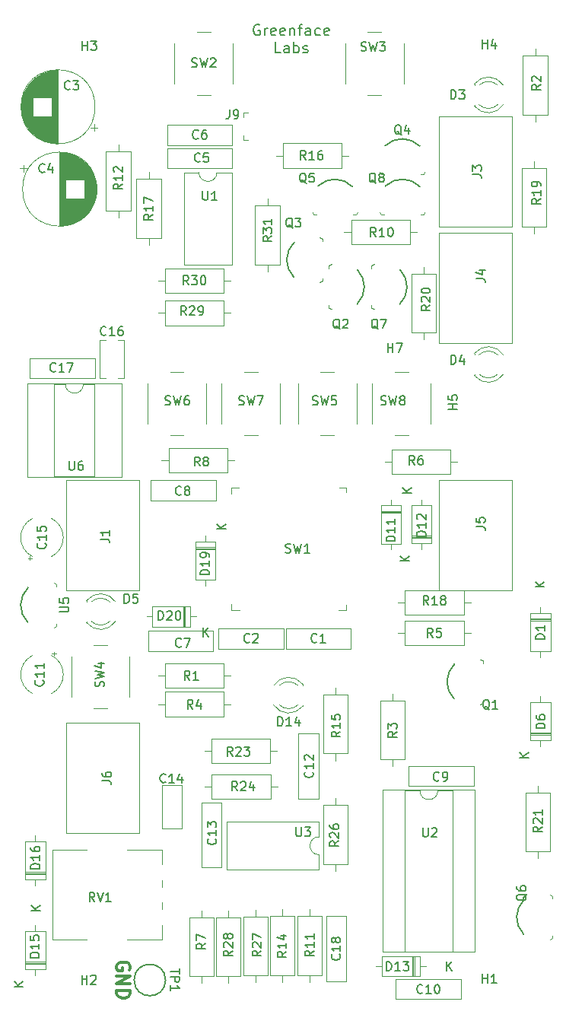
<source format=gbr>
G04 #@! TF.GenerationSoftware,KiCad,Pcbnew,(5.1.2)-1*
G04 #@! TF.CreationDate,2021-04-26T04:40:24-07:00*
G04 #@! TF.ProjectId,Spankulator,5370616e-6b75-46c6-9174-6f722e6b6963,2.2*
G04 #@! TF.SameCoordinates,Original*
G04 #@! TF.FileFunction,Legend,Top*
G04 #@! TF.FilePolarity,Positive*
%FSLAX46Y46*%
G04 Gerber Fmt 4.6, Leading zero omitted, Abs format (unit mm)*
G04 Created by KiCad (PCBNEW (5.1.2)-1) date 2021-04-26 04:40:24*
%MOMM*%
%LPD*%
G04 APERTURE LIST*
%ADD10C,0.300000*%
%ADD11C,0.150000*%
%ADD12C,0.120000*%
%ADD13C,0.100000*%
G04 APERTURE END LIST*
D10*
X67500000Y-145357142D02*
X67571428Y-145214285D01*
X67571428Y-145000000D01*
X67500000Y-144785714D01*
X67357142Y-144642857D01*
X67214285Y-144571428D01*
X66928571Y-144500000D01*
X66714285Y-144500000D01*
X66428571Y-144571428D01*
X66285714Y-144642857D01*
X66142857Y-144785714D01*
X66071428Y-145000000D01*
X66071428Y-145142857D01*
X66142857Y-145357142D01*
X66214285Y-145428571D01*
X66714285Y-145428571D01*
X66714285Y-145142857D01*
X66071428Y-146071428D02*
X67571428Y-146071428D01*
X66071428Y-146928571D01*
X67571428Y-146928571D01*
X66071428Y-147642857D02*
X67571428Y-147642857D01*
X67571428Y-148000000D01*
X67500000Y-148214285D01*
X67357142Y-148357142D01*
X67214285Y-148428571D01*
X66928571Y-148500000D01*
X66714285Y-148500000D01*
X66428571Y-148428571D01*
X66285714Y-148357142D01*
X66142857Y-148214285D01*
X66071428Y-148000000D01*
X66071428Y-147642857D01*
D11*
X81957142Y-40225000D02*
X81842857Y-40167857D01*
X81671428Y-40167857D01*
X81500000Y-40225000D01*
X81385714Y-40339285D01*
X81328571Y-40453571D01*
X81271428Y-40682142D01*
X81271428Y-40853571D01*
X81328571Y-41082142D01*
X81385714Y-41196428D01*
X81500000Y-41310714D01*
X81671428Y-41367857D01*
X81785714Y-41367857D01*
X81957142Y-41310714D01*
X82014285Y-41253571D01*
X82014285Y-40853571D01*
X81785714Y-40853571D01*
X82528571Y-41367857D02*
X82528571Y-40567857D01*
X82528571Y-40796428D02*
X82585714Y-40682142D01*
X82642857Y-40625000D01*
X82757142Y-40567857D01*
X82871428Y-40567857D01*
X83728571Y-41310714D02*
X83614285Y-41367857D01*
X83385714Y-41367857D01*
X83271428Y-41310714D01*
X83214285Y-41196428D01*
X83214285Y-40739285D01*
X83271428Y-40625000D01*
X83385714Y-40567857D01*
X83614285Y-40567857D01*
X83728571Y-40625000D01*
X83785714Y-40739285D01*
X83785714Y-40853571D01*
X83214285Y-40967857D01*
X84757142Y-41310714D02*
X84642857Y-41367857D01*
X84414285Y-41367857D01*
X84300000Y-41310714D01*
X84242857Y-41196428D01*
X84242857Y-40739285D01*
X84300000Y-40625000D01*
X84414285Y-40567857D01*
X84642857Y-40567857D01*
X84757142Y-40625000D01*
X84814285Y-40739285D01*
X84814285Y-40853571D01*
X84242857Y-40967857D01*
X85328571Y-40567857D02*
X85328571Y-41367857D01*
X85328571Y-40682142D02*
X85385714Y-40625000D01*
X85500000Y-40567857D01*
X85671428Y-40567857D01*
X85785714Y-40625000D01*
X85842857Y-40739285D01*
X85842857Y-41367857D01*
X86242857Y-40567857D02*
X86700000Y-40567857D01*
X86414285Y-41367857D02*
X86414285Y-40339285D01*
X86471428Y-40225000D01*
X86585714Y-40167857D01*
X86700000Y-40167857D01*
X87614285Y-41367857D02*
X87614285Y-40739285D01*
X87557142Y-40625000D01*
X87442857Y-40567857D01*
X87214285Y-40567857D01*
X87100000Y-40625000D01*
X87614285Y-41310714D02*
X87500000Y-41367857D01*
X87214285Y-41367857D01*
X87100000Y-41310714D01*
X87042857Y-41196428D01*
X87042857Y-41082142D01*
X87100000Y-40967857D01*
X87214285Y-40910714D01*
X87500000Y-40910714D01*
X87614285Y-40853571D01*
X88700000Y-41310714D02*
X88585714Y-41367857D01*
X88357142Y-41367857D01*
X88242857Y-41310714D01*
X88185714Y-41253571D01*
X88128571Y-41139285D01*
X88128571Y-40796428D01*
X88185714Y-40682142D01*
X88242857Y-40625000D01*
X88357142Y-40567857D01*
X88585714Y-40567857D01*
X88700000Y-40625000D01*
X89671428Y-41310714D02*
X89557142Y-41367857D01*
X89328571Y-41367857D01*
X89214285Y-41310714D01*
X89157142Y-41196428D01*
X89157142Y-40739285D01*
X89214285Y-40625000D01*
X89328571Y-40567857D01*
X89557142Y-40567857D01*
X89671428Y-40625000D01*
X89728571Y-40739285D01*
X89728571Y-40853571D01*
X89157142Y-40967857D01*
X84300000Y-43317857D02*
X83728571Y-43317857D01*
X83728571Y-42117857D01*
X85214285Y-43317857D02*
X85214285Y-42689285D01*
X85157142Y-42575000D01*
X85042857Y-42517857D01*
X84814285Y-42517857D01*
X84700000Y-42575000D01*
X85214285Y-43260714D02*
X85100000Y-43317857D01*
X84814285Y-43317857D01*
X84700000Y-43260714D01*
X84642857Y-43146428D01*
X84642857Y-43032142D01*
X84700000Y-42917857D01*
X84814285Y-42860714D01*
X85100000Y-42860714D01*
X85214285Y-42803571D01*
X85785714Y-43317857D02*
X85785714Y-42117857D01*
X85785714Y-42575000D02*
X85900000Y-42517857D01*
X86128571Y-42517857D01*
X86242857Y-42575000D01*
X86300000Y-42632142D01*
X86357142Y-42746428D01*
X86357142Y-43089285D01*
X86300000Y-43203571D01*
X86242857Y-43260714D01*
X86128571Y-43317857D01*
X85900000Y-43317857D01*
X85785714Y-43260714D01*
X86814285Y-43260714D02*
X86928571Y-43317857D01*
X87157142Y-43317857D01*
X87271428Y-43260714D01*
X87328571Y-43146428D01*
X87328571Y-43089285D01*
X87271428Y-42975000D01*
X87157142Y-42917857D01*
X86985714Y-42917857D01*
X86871428Y-42860714D01*
X86814285Y-42746428D01*
X86814285Y-42689285D01*
X86871428Y-42575000D01*
X86985714Y-42517857D01*
X87157142Y-42517857D01*
X87271428Y-42575000D01*
D12*
X112500000Y-55380000D02*
X112500000Y-56150000D01*
X112500000Y-63460000D02*
X112500000Y-62690000D01*
X111130000Y-56150000D02*
X111130000Y-62690000D01*
X113870000Y-56150000D02*
X111130000Y-56150000D01*
X113870000Y-62690000D02*
X113870000Y-56150000D01*
X111130000Y-62690000D02*
X113870000Y-62690000D01*
X71120000Y-141970000D02*
X67255000Y-141970000D01*
X62745000Y-141970000D02*
X58880000Y-141970000D01*
X71120000Y-132030000D02*
X67255000Y-132030000D01*
X62745000Y-132030000D02*
X58880000Y-132030000D01*
X71120000Y-141970000D02*
X71120000Y-140371000D01*
X71120000Y-138629000D02*
X71120000Y-137870000D01*
X71120000Y-136129000D02*
X71120000Y-135370000D01*
X71120000Y-133630000D02*
X71120000Y-132030000D01*
X58880000Y-141970000D02*
X58880000Y-132030000D01*
X81750000Y-78850000D02*
X80250000Y-78850000D01*
X77750000Y-80100000D02*
X77750000Y-84600000D01*
X80250000Y-85850000D02*
X81750000Y-85850000D01*
X84250000Y-84600000D02*
X84250000Y-80100000D01*
X100250000Y-67130000D02*
X100250000Y-67900000D01*
X100250000Y-75210000D02*
X100250000Y-74440000D01*
X98880000Y-67900000D02*
X98880000Y-74440000D01*
X101620000Y-67900000D02*
X98880000Y-67900000D01*
X101620000Y-74440000D02*
X101620000Y-67900000D01*
X98880000Y-74440000D02*
X101620000Y-74440000D01*
D13*
X91575000Y-91675000D02*
X91575000Y-92175000D01*
X90875000Y-91675000D02*
X91575000Y-91675000D01*
X91575000Y-105325000D02*
X90775000Y-105325000D01*
X91575000Y-104750000D02*
X91575000Y-105325000D01*
X78825000Y-91675000D02*
X78825000Y-92350000D01*
X79675000Y-91675000D02*
X78825000Y-91675000D01*
X78825000Y-105325000D02*
X78825000Y-104650000D01*
X79775000Y-105325000D02*
X78825000Y-105325000D01*
D12*
X55700302Y-55765000D02*
X55700302Y-56565000D01*
X55300302Y-56165000D02*
X56100302Y-56165000D01*
X63791000Y-57947000D02*
X63791000Y-59013000D01*
X63751000Y-57712000D02*
X63751000Y-59248000D01*
X63711000Y-57532000D02*
X63711000Y-59428000D01*
X63671000Y-57382000D02*
X63671000Y-59578000D01*
X63631000Y-57251000D02*
X63631000Y-59709000D01*
X63591000Y-57134000D02*
X63591000Y-59826000D01*
X63551000Y-57027000D02*
X63551000Y-59933000D01*
X63511000Y-56928000D02*
X63511000Y-60032000D01*
X63471000Y-56835000D02*
X63471000Y-60125000D01*
X63431000Y-56749000D02*
X63431000Y-60211000D01*
X63391000Y-56667000D02*
X63391000Y-60293000D01*
X63351000Y-56590000D02*
X63351000Y-60370000D01*
X63311000Y-56516000D02*
X63311000Y-60444000D01*
X63271000Y-56446000D02*
X63271000Y-60514000D01*
X63231000Y-56378000D02*
X63231000Y-60582000D01*
X63191000Y-56314000D02*
X63191000Y-60646000D01*
X63151000Y-56252000D02*
X63151000Y-60708000D01*
X63111000Y-56193000D02*
X63111000Y-60767000D01*
X63071000Y-56135000D02*
X63071000Y-60825000D01*
X63031000Y-56080000D02*
X63031000Y-60880000D01*
X62991000Y-56026000D02*
X62991000Y-60934000D01*
X62951000Y-55975000D02*
X62951000Y-60985000D01*
X62911000Y-55924000D02*
X62911000Y-61036000D01*
X62871000Y-55876000D02*
X62871000Y-61084000D01*
X62831000Y-55829000D02*
X62831000Y-61131000D01*
X62791000Y-55783000D02*
X62791000Y-61177000D01*
X62751000Y-55739000D02*
X62751000Y-61221000D01*
X62711000Y-55696000D02*
X62711000Y-61264000D01*
X62671000Y-55654000D02*
X62671000Y-61306000D01*
X62631000Y-55613000D02*
X62631000Y-61347000D01*
X62591000Y-55573000D02*
X62591000Y-61387000D01*
X62551000Y-55535000D02*
X62551000Y-61425000D01*
X62511000Y-55497000D02*
X62511000Y-61463000D01*
X62471000Y-59520000D02*
X62471000Y-61499000D01*
X62471000Y-55461000D02*
X62471000Y-57440000D01*
X62431000Y-59520000D02*
X62431000Y-61535000D01*
X62431000Y-55425000D02*
X62431000Y-57440000D01*
X62391000Y-59520000D02*
X62391000Y-61570000D01*
X62391000Y-55390000D02*
X62391000Y-57440000D01*
X62351000Y-59520000D02*
X62351000Y-61604000D01*
X62351000Y-55356000D02*
X62351000Y-57440000D01*
X62311000Y-59520000D02*
X62311000Y-61636000D01*
X62311000Y-55324000D02*
X62311000Y-57440000D01*
X62271000Y-59520000D02*
X62271000Y-61669000D01*
X62271000Y-55291000D02*
X62271000Y-57440000D01*
X62231000Y-59520000D02*
X62231000Y-61700000D01*
X62231000Y-55260000D02*
X62231000Y-57440000D01*
X62191000Y-59520000D02*
X62191000Y-61730000D01*
X62191000Y-55230000D02*
X62191000Y-57440000D01*
X62151000Y-59520000D02*
X62151000Y-61760000D01*
X62151000Y-55200000D02*
X62151000Y-57440000D01*
X62111000Y-59520000D02*
X62111000Y-61789000D01*
X62111000Y-55171000D02*
X62111000Y-57440000D01*
X62071000Y-59520000D02*
X62071000Y-61818000D01*
X62071000Y-55142000D02*
X62071000Y-57440000D01*
X62031000Y-59520000D02*
X62031000Y-61845000D01*
X62031000Y-55115000D02*
X62031000Y-57440000D01*
X61991000Y-59520000D02*
X61991000Y-61872000D01*
X61991000Y-55088000D02*
X61991000Y-57440000D01*
X61951000Y-59520000D02*
X61951000Y-61898000D01*
X61951000Y-55062000D02*
X61951000Y-57440000D01*
X61911000Y-59520000D02*
X61911000Y-61924000D01*
X61911000Y-55036000D02*
X61911000Y-57440000D01*
X61871000Y-59520000D02*
X61871000Y-61949000D01*
X61871000Y-55011000D02*
X61871000Y-57440000D01*
X61831000Y-59520000D02*
X61831000Y-61973000D01*
X61831000Y-54987000D02*
X61831000Y-57440000D01*
X61791000Y-59520000D02*
X61791000Y-61997000D01*
X61791000Y-54963000D02*
X61791000Y-57440000D01*
X61751000Y-59520000D02*
X61751000Y-62020000D01*
X61751000Y-54940000D02*
X61751000Y-57440000D01*
X61711000Y-59520000D02*
X61711000Y-62042000D01*
X61711000Y-54918000D02*
X61711000Y-57440000D01*
X61671000Y-59520000D02*
X61671000Y-62064000D01*
X61671000Y-54896000D02*
X61671000Y-57440000D01*
X61631000Y-59520000D02*
X61631000Y-62086000D01*
X61631000Y-54874000D02*
X61631000Y-57440000D01*
X61591000Y-59520000D02*
X61591000Y-62107000D01*
X61591000Y-54853000D02*
X61591000Y-57440000D01*
X61551000Y-59520000D02*
X61551000Y-62127000D01*
X61551000Y-54833000D02*
X61551000Y-57440000D01*
X61511000Y-59520000D02*
X61511000Y-62146000D01*
X61511000Y-54814000D02*
X61511000Y-57440000D01*
X61471000Y-59520000D02*
X61471000Y-62166000D01*
X61471000Y-54794000D02*
X61471000Y-57440000D01*
X61431000Y-59520000D02*
X61431000Y-62184000D01*
X61431000Y-54776000D02*
X61431000Y-57440000D01*
X61391000Y-59520000D02*
X61391000Y-62202000D01*
X61391000Y-54758000D02*
X61391000Y-57440000D01*
X61351000Y-59520000D02*
X61351000Y-62220000D01*
X61351000Y-54740000D02*
X61351000Y-57440000D01*
X61311000Y-59520000D02*
X61311000Y-62237000D01*
X61311000Y-54723000D02*
X61311000Y-57440000D01*
X61271000Y-59520000D02*
X61271000Y-62254000D01*
X61271000Y-54706000D02*
X61271000Y-57440000D01*
X61231000Y-59520000D02*
X61231000Y-62270000D01*
X61231000Y-54690000D02*
X61231000Y-57440000D01*
X61191000Y-59520000D02*
X61191000Y-62285000D01*
X61191000Y-54675000D02*
X61191000Y-57440000D01*
X61151000Y-59520000D02*
X61151000Y-62301000D01*
X61151000Y-54659000D02*
X61151000Y-57440000D01*
X61111000Y-59520000D02*
X61111000Y-62315000D01*
X61111000Y-54645000D02*
X61111000Y-57440000D01*
X61071000Y-59520000D02*
X61071000Y-62330000D01*
X61071000Y-54630000D02*
X61071000Y-57440000D01*
X61031000Y-59520000D02*
X61031000Y-62343000D01*
X61031000Y-54617000D02*
X61031000Y-57440000D01*
X60991000Y-59520000D02*
X60991000Y-62357000D01*
X60991000Y-54603000D02*
X60991000Y-57440000D01*
X60951000Y-59520000D02*
X60951000Y-62369000D01*
X60951000Y-54591000D02*
X60951000Y-57440000D01*
X60911000Y-59520000D02*
X60911000Y-62382000D01*
X60911000Y-54578000D02*
X60911000Y-57440000D01*
X60871000Y-59520000D02*
X60871000Y-62394000D01*
X60871000Y-54566000D02*
X60871000Y-57440000D01*
X60831000Y-59520000D02*
X60831000Y-62405000D01*
X60831000Y-54555000D02*
X60831000Y-57440000D01*
X60791000Y-59520000D02*
X60791000Y-62416000D01*
X60791000Y-54544000D02*
X60791000Y-57440000D01*
X60751000Y-59520000D02*
X60751000Y-62427000D01*
X60751000Y-54533000D02*
X60751000Y-57440000D01*
X60711000Y-59520000D02*
X60711000Y-62437000D01*
X60711000Y-54523000D02*
X60711000Y-57440000D01*
X60671000Y-59520000D02*
X60671000Y-62447000D01*
X60671000Y-54513000D02*
X60671000Y-57440000D01*
X60631000Y-59520000D02*
X60631000Y-62456000D01*
X60631000Y-54504000D02*
X60631000Y-57440000D01*
X60591000Y-59520000D02*
X60591000Y-62465000D01*
X60591000Y-54495000D02*
X60591000Y-57440000D01*
X60551000Y-59520000D02*
X60551000Y-62474000D01*
X60551000Y-54486000D02*
X60551000Y-57440000D01*
X60511000Y-59520000D02*
X60511000Y-62482000D01*
X60511000Y-54478000D02*
X60511000Y-57440000D01*
X60471000Y-59520000D02*
X60471000Y-62490000D01*
X60471000Y-54470000D02*
X60471000Y-57440000D01*
X60431000Y-59520000D02*
X60431000Y-62497000D01*
X60431000Y-54463000D02*
X60431000Y-57440000D01*
X60390000Y-54456000D02*
X60390000Y-62504000D01*
X60350000Y-54450000D02*
X60350000Y-62510000D01*
X60310000Y-54443000D02*
X60310000Y-62517000D01*
X60270000Y-54438000D02*
X60270000Y-62522000D01*
X60230000Y-54432000D02*
X60230000Y-62528000D01*
X60190000Y-54428000D02*
X60190000Y-62532000D01*
X60150000Y-54423000D02*
X60150000Y-62537000D01*
X60110000Y-54419000D02*
X60110000Y-62541000D01*
X60070000Y-54415000D02*
X60070000Y-62545000D01*
X60030000Y-54412000D02*
X60030000Y-62548000D01*
X59990000Y-54409000D02*
X59990000Y-62551000D01*
X59950000Y-54406000D02*
X59950000Y-62554000D01*
X59910000Y-54404000D02*
X59910000Y-62556000D01*
X59870000Y-54403000D02*
X59870000Y-62557000D01*
X59830000Y-54401000D02*
X59830000Y-62559000D01*
X59790000Y-54400000D02*
X59790000Y-62560000D01*
X59750000Y-54400000D02*
X59750000Y-62560000D01*
X59710000Y-54400000D02*
X59710000Y-62560000D01*
X63830000Y-58480000D02*
G75*
G03X63830000Y-58480000I-4120000J0D01*
G01*
X63539698Y-52035000D02*
X63539698Y-51235000D01*
X63939698Y-51635000D02*
X63139698Y-51635000D01*
X55449000Y-49853000D02*
X55449000Y-48787000D01*
X55489000Y-50088000D02*
X55489000Y-48552000D01*
X55529000Y-50268000D02*
X55529000Y-48372000D01*
X55569000Y-50418000D02*
X55569000Y-48222000D01*
X55609000Y-50549000D02*
X55609000Y-48091000D01*
X55649000Y-50666000D02*
X55649000Y-47974000D01*
X55689000Y-50773000D02*
X55689000Y-47867000D01*
X55729000Y-50872000D02*
X55729000Y-47768000D01*
X55769000Y-50965000D02*
X55769000Y-47675000D01*
X55809000Y-51051000D02*
X55809000Y-47589000D01*
X55849000Y-51133000D02*
X55849000Y-47507000D01*
X55889000Y-51210000D02*
X55889000Y-47430000D01*
X55929000Y-51284000D02*
X55929000Y-47356000D01*
X55969000Y-51354000D02*
X55969000Y-47286000D01*
X56009000Y-51422000D02*
X56009000Y-47218000D01*
X56049000Y-51486000D02*
X56049000Y-47154000D01*
X56089000Y-51548000D02*
X56089000Y-47092000D01*
X56129000Y-51607000D02*
X56129000Y-47033000D01*
X56169000Y-51665000D02*
X56169000Y-46975000D01*
X56209000Y-51720000D02*
X56209000Y-46920000D01*
X56249000Y-51774000D02*
X56249000Y-46866000D01*
X56289000Y-51825000D02*
X56289000Y-46815000D01*
X56329000Y-51876000D02*
X56329000Y-46764000D01*
X56369000Y-51924000D02*
X56369000Y-46716000D01*
X56409000Y-51971000D02*
X56409000Y-46669000D01*
X56449000Y-52017000D02*
X56449000Y-46623000D01*
X56489000Y-52061000D02*
X56489000Y-46579000D01*
X56529000Y-52104000D02*
X56529000Y-46536000D01*
X56569000Y-52146000D02*
X56569000Y-46494000D01*
X56609000Y-52187000D02*
X56609000Y-46453000D01*
X56649000Y-52227000D02*
X56649000Y-46413000D01*
X56689000Y-52265000D02*
X56689000Y-46375000D01*
X56729000Y-52303000D02*
X56729000Y-46337000D01*
X56769000Y-48280000D02*
X56769000Y-46301000D01*
X56769000Y-52339000D02*
X56769000Y-50360000D01*
X56809000Y-48280000D02*
X56809000Y-46265000D01*
X56809000Y-52375000D02*
X56809000Y-50360000D01*
X56849000Y-48280000D02*
X56849000Y-46230000D01*
X56849000Y-52410000D02*
X56849000Y-50360000D01*
X56889000Y-48280000D02*
X56889000Y-46196000D01*
X56889000Y-52444000D02*
X56889000Y-50360000D01*
X56929000Y-48280000D02*
X56929000Y-46164000D01*
X56929000Y-52476000D02*
X56929000Y-50360000D01*
X56969000Y-48280000D02*
X56969000Y-46131000D01*
X56969000Y-52509000D02*
X56969000Y-50360000D01*
X57009000Y-48280000D02*
X57009000Y-46100000D01*
X57009000Y-52540000D02*
X57009000Y-50360000D01*
X57049000Y-48280000D02*
X57049000Y-46070000D01*
X57049000Y-52570000D02*
X57049000Y-50360000D01*
X57089000Y-48280000D02*
X57089000Y-46040000D01*
X57089000Y-52600000D02*
X57089000Y-50360000D01*
X57129000Y-48280000D02*
X57129000Y-46011000D01*
X57129000Y-52629000D02*
X57129000Y-50360000D01*
X57169000Y-48280000D02*
X57169000Y-45982000D01*
X57169000Y-52658000D02*
X57169000Y-50360000D01*
X57209000Y-48280000D02*
X57209000Y-45955000D01*
X57209000Y-52685000D02*
X57209000Y-50360000D01*
X57249000Y-48280000D02*
X57249000Y-45928000D01*
X57249000Y-52712000D02*
X57249000Y-50360000D01*
X57289000Y-48280000D02*
X57289000Y-45902000D01*
X57289000Y-52738000D02*
X57289000Y-50360000D01*
X57329000Y-48280000D02*
X57329000Y-45876000D01*
X57329000Y-52764000D02*
X57329000Y-50360000D01*
X57369000Y-48280000D02*
X57369000Y-45851000D01*
X57369000Y-52789000D02*
X57369000Y-50360000D01*
X57409000Y-48280000D02*
X57409000Y-45827000D01*
X57409000Y-52813000D02*
X57409000Y-50360000D01*
X57449000Y-48280000D02*
X57449000Y-45803000D01*
X57449000Y-52837000D02*
X57449000Y-50360000D01*
X57489000Y-48280000D02*
X57489000Y-45780000D01*
X57489000Y-52860000D02*
X57489000Y-50360000D01*
X57529000Y-48280000D02*
X57529000Y-45758000D01*
X57529000Y-52882000D02*
X57529000Y-50360000D01*
X57569000Y-48280000D02*
X57569000Y-45736000D01*
X57569000Y-52904000D02*
X57569000Y-50360000D01*
X57609000Y-48280000D02*
X57609000Y-45714000D01*
X57609000Y-52926000D02*
X57609000Y-50360000D01*
X57649000Y-48280000D02*
X57649000Y-45693000D01*
X57649000Y-52947000D02*
X57649000Y-50360000D01*
X57689000Y-48280000D02*
X57689000Y-45673000D01*
X57689000Y-52967000D02*
X57689000Y-50360000D01*
X57729000Y-48280000D02*
X57729000Y-45654000D01*
X57729000Y-52986000D02*
X57729000Y-50360000D01*
X57769000Y-48280000D02*
X57769000Y-45634000D01*
X57769000Y-53006000D02*
X57769000Y-50360000D01*
X57809000Y-48280000D02*
X57809000Y-45616000D01*
X57809000Y-53024000D02*
X57809000Y-50360000D01*
X57849000Y-48280000D02*
X57849000Y-45598000D01*
X57849000Y-53042000D02*
X57849000Y-50360000D01*
X57889000Y-48280000D02*
X57889000Y-45580000D01*
X57889000Y-53060000D02*
X57889000Y-50360000D01*
X57929000Y-48280000D02*
X57929000Y-45563000D01*
X57929000Y-53077000D02*
X57929000Y-50360000D01*
X57969000Y-48280000D02*
X57969000Y-45546000D01*
X57969000Y-53094000D02*
X57969000Y-50360000D01*
X58009000Y-48280000D02*
X58009000Y-45530000D01*
X58009000Y-53110000D02*
X58009000Y-50360000D01*
X58049000Y-48280000D02*
X58049000Y-45515000D01*
X58049000Y-53125000D02*
X58049000Y-50360000D01*
X58089000Y-48280000D02*
X58089000Y-45499000D01*
X58089000Y-53141000D02*
X58089000Y-50360000D01*
X58129000Y-48280000D02*
X58129000Y-45485000D01*
X58129000Y-53155000D02*
X58129000Y-50360000D01*
X58169000Y-48280000D02*
X58169000Y-45470000D01*
X58169000Y-53170000D02*
X58169000Y-50360000D01*
X58209000Y-48280000D02*
X58209000Y-45457000D01*
X58209000Y-53183000D02*
X58209000Y-50360000D01*
X58249000Y-48280000D02*
X58249000Y-45443000D01*
X58249000Y-53197000D02*
X58249000Y-50360000D01*
X58289000Y-48280000D02*
X58289000Y-45431000D01*
X58289000Y-53209000D02*
X58289000Y-50360000D01*
X58329000Y-48280000D02*
X58329000Y-45418000D01*
X58329000Y-53222000D02*
X58329000Y-50360000D01*
X58369000Y-48280000D02*
X58369000Y-45406000D01*
X58369000Y-53234000D02*
X58369000Y-50360000D01*
X58409000Y-48280000D02*
X58409000Y-45395000D01*
X58409000Y-53245000D02*
X58409000Y-50360000D01*
X58449000Y-48280000D02*
X58449000Y-45384000D01*
X58449000Y-53256000D02*
X58449000Y-50360000D01*
X58489000Y-48280000D02*
X58489000Y-45373000D01*
X58489000Y-53267000D02*
X58489000Y-50360000D01*
X58529000Y-48280000D02*
X58529000Y-45363000D01*
X58529000Y-53277000D02*
X58529000Y-50360000D01*
X58569000Y-48280000D02*
X58569000Y-45353000D01*
X58569000Y-53287000D02*
X58569000Y-50360000D01*
X58609000Y-48280000D02*
X58609000Y-45344000D01*
X58609000Y-53296000D02*
X58609000Y-50360000D01*
X58649000Y-48280000D02*
X58649000Y-45335000D01*
X58649000Y-53305000D02*
X58649000Y-50360000D01*
X58689000Y-48280000D02*
X58689000Y-45326000D01*
X58689000Y-53314000D02*
X58689000Y-50360000D01*
X58729000Y-48280000D02*
X58729000Y-45318000D01*
X58729000Y-53322000D02*
X58729000Y-50360000D01*
X58769000Y-48280000D02*
X58769000Y-45310000D01*
X58769000Y-53330000D02*
X58769000Y-50360000D01*
X58809000Y-48280000D02*
X58809000Y-45303000D01*
X58809000Y-53337000D02*
X58809000Y-50360000D01*
X58850000Y-53344000D02*
X58850000Y-45296000D01*
X58890000Y-53350000D02*
X58890000Y-45290000D01*
X58930000Y-53357000D02*
X58930000Y-45283000D01*
X58970000Y-53362000D02*
X58970000Y-45278000D01*
X59010000Y-53368000D02*
X59010000Y-45272000D01*
X59050000Y-53372000D02*
X59050000Y-45268000D01*
X59090000Y-53377000D02*
X59090000Y-45263000D01*
X59130000Y-53381000D02*
X59130000Y-45259000D01*
X59170000Y-53385000D02*
X59170000Y-45255000D01*
X59210000Y-53388000D02*
X59210000Y-45252000D01*
X59250000Y-53391000D02*
X59250000Y-45249000D01*
X59290000Y-53394000D02*
X59290000Y-45246000D01*
X59330000Y-53396000D02*
X59330000Y-45244000D01*
X59370000Y-53397000D02*
X59370000Y-45243000D01*
X59410000Y-53399000D02*
X59410000Y-45241000D01*
X59450000Y-53400000D02*
X59450000Y-45240000D01*
X59490000Y-53400000D02*
X59490000Y-45240000D01*
X59530000Y-53400000D02*
X59530000Y-45240000D01*
X63650000Y-49320000D02*
G75*
G03X63650000Y-49320000I-4120000J0D01*
G01*
X105870000Y-49080000D02*
X105870000Y-49236000D01*
X105870000Y-46764000D02*
X105870000Y-46920000D01*
X108471130Y-49079837D02*
G75*
G02X106389039Y-49080000I-1041130J1079837D01*
G01*
X108471130Y-46920163D02*
G75*
G03X106389039Y-46920000I-1041130J-1079837D01*
G01*
X109102335Y-49078608D02*
G75*
G02X105870000Y-49235516I-1672335J1078608D01*
G01*
X109102335Y-46921392D02*
G75*
G03X105870000Y-46764484I-1672335J-1078608D01*
G01*
X105870000Y-79080000D02*
X105870000Y-79236000D01*
X105870000Y-76764000D02*
X105870000Y-76920000D01*
X108471130Y-79079837D02*
G75*
G02X106389039Y-79080000I-1041130J1079837D01*
G01*
X108471130Y-76920163D02*
G75*
G03X106389039Y-76920000I-1041130J-1079837D01*
G01*
X109102335Y-79078608D02*
G75*
G02X105870000Y-79235516I-1672335J1078608D01*
G01*
X109102335Y-76921392D02*
G75*
G03X105870000Y-76764484I-1672335J-1078608D01*
G01*
X62710000Y-106580000D02*
X62710000Y-106736000D01*
X62710000Y-104264000D02*
X62710000Y-104420000D01*
X65311130Y-106579837D02*
G75*
G02X63229039Y-106580000I-1041130J1079837D01*
G01*
X65311130Y-104420163D02*
G75*
G03X63229039Y-104420000I-1041130J-1079837D01*
G01*
X65942335Y-106578608D02*
G75*
G02X62710000Y-106735516I-1672335J1078608D01*
G01*
X65942335Y-104421392D02*
G75*
G03X62710000Y-104264484I-1672335J-1078608D01*
G01*
X68550000Y-103130000D02*
X68550000Y-90870000D01*
X60450000Y-90870000D02*
X68550000Y-90870000D01*
X60450000Y-103130000D02*
X60450000Y-90870000D01*
X68550000Y-103130000D02*
X60450000Y-103130000D01*
X110050000Y-62630000D02*
X110050000Y-50370000D01*
X101950000Y-50370000D02*
X110050000Y-50370000D01*
X101950000Y-62630000D02*
X101950000Y-50370000D01*
X110050000Y-62630000D02*
X101950000Y-62630000D01*
X110050000Y-75630000D02*
X110050000Y-63370000D01*
X101950000Y-63370000D02*
X110050000Y-63370000D01*
X101950000Y-75630000D02*
X101950000Y-63370000D01*
X110050000Y-75630000D02*
X101950000Y-75630000D01*
X110050000Y-103130000D02*
X110050000Y-90870000D01*
X101950000Y-90870000D02*
X110050000Y-90870000D01*
X101950000Y-103130000D02*
X101950000Y-90870000D01*
X110050000Y-103130000D02*
X101950000Y-103130000D01*
X68550000Y-130130000D02*
X68550000Y-117870000D01*
X60450000Y-117870000D02*
X68550000Y-117870000D01*
X60450000Y-130130000D02*
X60450000Y-117870000D01*
X68550000Y-130130000D02*
X60450000Y-130130000D01*
X70680000Y-112600000D02*
X71450000Y-112600000D01*
X78760000Y-112600000D02*
X77990000Y-112600000D01*
X71450000Y-113970000D02*
X77990000Y-113970000D01*
X71450000Y-111230000D02*
X71450000Y-113970000D01*
X77990000Y-111230000D02*
X71450000Y-111230000D01*
X77990000Y-113970000D02*
X77990000Y-111230000D01*
X112650000Y-42880000D02*
X112650000Y-43650000D01*
X112650000Y-50960000D02*
X112650000Y-50190000D01*
X111280000Y-43650000D02*
X111280000Y-50190000D01*
X114020000Y-43650000D02*
X111280000Y-43650000D01*
X114020000Y-50190000D02*
X114020000Y-43650000D01*
X111280000Y-50190000D02*
X114020000Y-50190000D01*
X96750000Y-114630000D02*
X96750000Y-115400000D01*
X96750000Y-122710000D02*
X96750000Y-121940000D01*
X95380000Y-115400000D02*
X95380000Y-121940000D01*
X98120000Y-115400000D02*
X95380000Y-115400000D01*
X98120000Y-121940000D02*
X98120000Y-115400000D01*
X95380000Y-121940000D02*
X98120000Y-121940000D01*
X70680000Y-115800000D02*
X71450000Y-115800000D01*
X78760000Y-115800000D02*
X77990000Y-115800000D01*
X71450000Y-117170000D02*
X77990000Y-117170000D01*
X71450000Y-114430000D02*
X71450000Y-117170000D01*
X77990000Y-114430000D02*
X71450000Y-114430000D01*
X77990000Y-117170000D02*
X77990000Y-114430000D01*
X69630000Y-64680000D02*
X69630000Y-63910000D01*
X69630000Y-56600000D02*
X69630000Y-57370000D01*
X71000000Y-63910000D02*
X71000000Y-57370000D01*
X68260000Y-63910000D02*
X71000000Y-63910000D01*
X68260000Y-57370000D02*
X68260000Y-63910000D01*
X71000000Y-57370000D02*
X68260000Y-57370000D01*
X97380000Y-104500000D02*
X98150000Y-104500000D01*
X105460000Y-104500000D02*
X104690000Y-104500000D01*
X98150000Y-105870000D02*
X104690000Y-105870000D01*
X98150000Y-103130000D02*
X98150000Y-105870000D01*
X104690000Y-103130000D02*
X98150000Y-103130000D01*
X104690000Y-105870000D02*
X104690000Y-103130000D01*
X76500000Y-41000000D02*
X75000000Y-41000000D01*
X72500000Y-42250000D02*
X72500000Y-46750000D01*
X75000000Y-48000000D02*
X76500000Y-48000000D01*
X79000000Y-46750000D02*
X79000000Y-42250000D01*
X95500000Y-41000000D02*
X94000000Y-41000000D01*
X91500000Y-42250000D02*
X91500000Y-46750000D01*
X94000000Y-48000000D02*
X95500000Y-48000000D01*
X98000000Y-46750000D02*
X98000000Y-42250000D01*
X65000000Y-109250000D02*
X63500000Y-109250000D01*
X61000000Y-110500000D02*
X61000000Y-115000000D01*
X63500000Y-116250000D02*
X65000000Y-116250000D01*
X67500000Y-115000000D02*
X67500000Y-110500000D01*
X90250000Y-78850000D02*
X88750000Y-78850000D01*
X86250000Y-80100000D02*
X86250000Y-84600000D01*
X88750000Y-85850000D02*
X90250000Y-85850000D01*
X92750000Y-84600000D02*
X92750000Y-80100000D01*
X73500000Y-78850000D02*
X72000000Y-78850000D01*
X69500000Y-80100000D02*
X69500000Y-84600000D01*
X72000000Y-85850000D02*
X73500000Y-85850000D01*
X76000000Y-84600000D02*
X76000000Y-80100000D01*
X98500000Y-78850000D02*
X97000000Y-78850000D01*
X94500000Y-80100000D02*
X94500000Y-84600000D01*
X97000000Y-85850000D02*
X98500000Y-85850000D01*
X101000000Y-84600000D02*
X101000000Y-80100000D01*
D11*
X71500000Y-146500000D02*
G75*
G03X71500000Y-146500000I-1750000J0D01*
G01*
D12*
X105950000Y-125360000D02*
X95670000Y-125360000D01*
X105950000Y-143380000D02*
X105950000Y-125360000D01*
X95670000Y-143380000D02*
X105950000Y-143380000D01*
X95670000Y-125360000D02*
X95670000Y-143380000D01*
X103460000Y-125420000D02*
X101810000Y-125420000D01*
X103460000Y-143320000D02*
X103460000Y-125420000D01*
X98160000Y-143320000D02*
X103460000Y-143320000D01*
X98160000Y-125420000D02*
X98160000Y-143320000D01*
X99810000Y-125420000D02*
X98160000Y-125420000D01*
X101810000Y-125420000D02*
G75*
G02X99810000Y-125420000I-1000000J0D01*
G01*
X76820000Y-107630000D02*
X76820000Y-109870000D01*
X69580000Y-107630000D02*
X69580000Y-109870000D01*
X69580000Y-109870000D02*
X76820000Y-109870000D01*
X69580000Y-107630000D02*
X76820000Y-107630000D01*
X77120000Y-90880000D02*
X77120000Y-93120000D01*
X69880000Y-90880000D02*
X69880000Y-93120000D01*
X69880000Y-93120000D02*
X77120000Y-93120000D01*
X69880000Y-90880000D02*
X77120000Y-90880000D01*
X98580000Y-124920000D02*
X98580000Y-122680000D01*
X105820000Y-124920000D02*
X105820000Y-122680000D01*
X105820000Y-122680000D02*
X98580000Y-122680000D01*
X105820000Y-124920000D02*
X98580000Y-124920000D01*
X97130000Y-148620000D02*
X97130000Y-146380000D01*
X104370000Y-148620000D02*
X104370000Y-146380000D01*
X104370000Y-146380000D02*
X97130000Y-146380000D01*
X104370000Y-148620000D02*
X97130000Y-148620000D01*
X71680000Y-56170000D02*
X71680000Y-53930000D01*
X78920000Y-56170000D02*
X78920000Y-53930000D01*
X78920000Y-53930000D02*
X71680000Y-53930000D01*
X78920000Y-56170000D02*
X71680000Y-56170000D01*
X71680000Y-53570000D02*
X71680000Y-51330000D01*
X78920000Y-53570000D02*
X78920000Y-51330000D01*
X78920000Y-51330000D02*
X71680000Y-51330000D01*
X78920000Y-53570000D02*
X71680000Y-53570000D01*
D13*
X80140000Y-53000000D02*
X80640000Y-53000000D01*
X80140000Y-53000000D02*
X80140000Y-52500000D01*
X80140000Y-50000000D02*
X80640000Y-50000000D01*
X80140000Y-50000000D02*
X80140000Y-50500000D01*
D12*
X97380000Y-107900000D02*
X98150000Y-107900000D01*
X105460000Y-107900000D02*
X104690000Y-107900000D01*
X98150000Y-109270000D02*
X104690000Y-109270000D01*
X98150000Y-106530000D02*
X98150000Y-109270000D01*
X104690000Y-106530000D02*
X98150000Y-106530000D01*
X104690000Y-109270000D02*
X104690000Y-106530000D01*
D13*
X106800000Y-115650000D02*
X106500000Y-115800000D01*
X106800000Y-115350000D02*
X106800000Y-115650000D01*
X106800000Y-110950000D02*
X106800000Y-111250000D01*
X106800000Y-110950000D02*
X106500000Y-110800000D01*
D11*
X103650000Y-111350000D02*
G75*
G03X103600000Y-115200000I1900000J-1950000D01*
G01*
D12*
X86760000Y-113720000D02*
X86760000Y-113564000D01*
X86760000Y-116036000D02*
X86760000Y-115880000D01*
X84158870Y-113720163D02*
G75*
G02X86240961Y-113720000I1041130J-1079837D01*
G01*
X84158870Y-115879837D02*
G75*
G03X86240961Y-115880000I1041130J1079837D01*
G01*
X83527665Y-113721392D02*
G75*
G02X86760000Y-113564484I1672335J-1078608D01*
G01*
X83527665Y-115878608D02*
G75*
G03X86760000Y-116035516I1672335J1078608D01*
G01*
X84500000Y-146720000D02*
X84500000Y-145950000D01*
X84500000Y-138640000D02*
X84500000Y-139410000D01*
X85870000Y-145950000D02*
X85870000Y-139410000D01*
X83130000Y-145950000D02*
X85870000Y-145950000D01*
X83130000Y-139410000D02*
X83130000Y-145950000D01*
X85870000Y-139410000D02*
X83130000Y-139410000D01*
X90400000Y-113980000D02*
X90400000Y-114750000D01*
X90400000Y-122060000D02*
X90400000Y-121290000D01*
X89030000Y-114750000D02*
X89030000Y-121290000D01*
X91770000Y-114750000D02*
X89030000Y-114750000D01*
X91770000Y-121290000D02*
X91770000Y-114750000D01*
X89030000Y-121290000D02*
X91770000Y-121290000D01*
X83920000Y-121000000D02*
X83150000Y-121000000D01*
X75840000Y-121000000D02*
X76610000Y-121000000D01*
X83150000Y-119630000D02*
X76610000Y-119630000D01*
X83150000Y-122370000D02*
X83150000Y-119630000D01*
X76610000Y-122370000D02*
X83150000Y-122370000D01*
X76610000Y-119630000D02*
X76610000Y-122370000D01*
X75880000Y-125000000D02*
X76650000Y-125000000D01*
X83960000Y-125000000D02*
X83190000Y-125000000D01*
X76650000Y-126370000D02*
X83190000Y-126370000D01*
X76650000Y-123630000D02*
X76650000Y-126370000D01*
X83190000Y-123630000D02*
X76650000Y-123630000D01*
X83190000Y-126370000D02*
X83190000Y-123630000D01*
X90400000Y-126280000D02*
X90400000Y-127050000D01*
X90400000Y-134360000D02*
X90400000Y-133590000D01*
X89030000Y-127050000D02*
X89030000Y-133590000D01*
X91770000Y-127050000D02*
X89030000Y-127050000D01*
X91770000Y-133590000D02*
X91770000Y-127050000D01*
X89030000Y-133590000D02*
X91770000Y-133590000D01*
X81500000Y-138680000D02*
X81500000Y-139450000D01*
X81500000Y-146760000D02*
X81500000Y-145990000D01*
X80130000Y-139450000D02*
X80130000Y-145990000D01*
X82870000Y-139450000D02*
X80130000Y-139450000D01*
X82870000Y-145990000D02*
X82870000Y-139450000D01*
X80130000Y-145990000D02*
X82870000Y-145990000D01*
X78500000Y-146820000D02*
X78500000Y-146050000D01*
X78500000Y-138740000D02*
X78500000Y-139510000D01*
X79870000Y-146050000D02*
X79870000Y-139510000D01*
X77130000Y-146050000D02*
X79870000Y-146050000D01*
X77130000Y-139510000D02*
X77130000Y-146050000D01*
X79870000Y-139510000D02*
X77130000Y-139510000D01*
X86280000Y-119080000D02*
X88520000Y-119080000D01*
X86280000Y-126320000D02*
X88520000Y-126320000D01*
X88520000Y-126320000D02*
X88520000Y-119080000D01*
X86280000Y-126320000D02*
X86280000Y-119080000D01*
X75480000Y-126730000D02*
X77720000Y-126730000D01*
X75480000Y-133970000D02*
X77720000Y-133970000D01*
X77720000Y-133970000D02*
X77720000Y-126730000D01*
X75480000Y-133970000D02*
X75480000Y-126730000D01*
X92120000Y-107380000D02*
X92120000Y-109620000D01*
X84880000Y-107380000D02*
X84880000Y-109620000D01*
X84880000Y-109620000D02*
X92120000Y-109620000D01*
X84880000Y-107380000D02*
X92120000Y-107380000D01*
X77380000Y-109620000D02*
X77380000Y-107380000D01*
X84620000Y-109620000D02*
X84620000Y-107380000D01*
X84620000Y-107380000D02*
X77380000Y-107380000D01*
X84620000Y-109620000D02*
X77380000Y-109620000D01*
X97720000Y-93690000D02*
X95480000Y-93690000D01*
X95480000Y-93690000D02*
X95480000Y-97930000D01*
X95480000Y-97930000D02*
X97720000Y-97930000D01*
X97720000Y-97930000D02*
X97720000Y-93690000D01*
X96600000Y-93040000D02*
X96600000Y-93690000D01*
X96600000Y-98580000D02*
X96600000Y-97930000D01*
X97720000Y-94410000D02*
X95480000Y-94410000D01*
X97720000Y-94530000D02*
X95480000Y-94530000D01*
X97720000Y-94290000D02*
X95480000Y-94290000D01*
X73320000Y-124830000D02*
X73320000Y-129670000D01*
X71080000Y-124830000D02*
X71080000Y-129670000D01*
X73320000Y-124830000D02*
X71080000Y-124830000D01*
X73320000Y-129670000D02*
X71080000Y-129670000D01*
X98880000Y-97310000D02*
X101120000Y-97310000D01*
X98880000Y-97070000D02*
X101120000Y-97070000D01*
X98880000Y-97190000D02*
X101120000Y-97190000D01*
X100000000Y-93020000D02*
X100000000Y-93670000D01*
X100000000Y-98560000D02*
X100000000Y-97910000D01*
X98880000Y-93670000D02*
X98880000Y-97910000D01*
X101120000Y-93670000D02*
X98880000Y-93670000D01*
X101120000Y-97910000D02*
X101120000Y-93670000D01*
X98880000Y-97910000D02*
X101120000Y-97910000D01*
X88920000Y-139410000D02*
X86180000Y-139410000D01*
X86180000Y-139410000D02*
X86180000Y-145950000D01*
X86180000Y-145950000D02*
X88920000Y-145950000D01*
X88920000Y-145950000D02*
X88920000Y-139410000D01*
X87550000Y-138640000D02*
X87550000Y-139410000D01*
X87550000Y-146720000D02*
X87550000Y-145950000D01*
X78370000Y-90050000D02*
X78370000Y-87310000D01*
X78370000Y-87310000D02*
X71830000Y-87310000D01*
X71830000Y-87310000D02*
X71830000Y-90050000D01*
X71830000Y-90050000D02*
X78370000Y-90050000D01*
X79140000Y-88680000D02*
X78370000Y-88680000D01*
X71060000Y-88680000D02*
X71830000Y-88680000D01*
X77210000Y-56620000D02*
G75*
G02X75210000Y-56620000I-1000000J0D01*
G01*
X75210000Y-56620000D02*
X73560000Y-56620000D01*
X73560000Y-56620000D02*
X73560000Y-66900000D01*
X73560000Y-66900000D02*
X78860000Y-66900000D01*
X78860000Y-66900000D02*
X78860000Y-56620000D01*
X78860000Y-56620000D02*
X77210000Y-56620000D01*
X88580000Y-134210000D02*
X88580000Y-132560000D01*
X78300000Y-134210000D02*
X88580000Y-134210000D01*
X78300000Y-128910000D02*
X78300000Y-134210000D01*
X88580000Y-128910000D02*
X78300000Y-128910000D01*
X88580000Y-130560000D02*
X88580000Y-128910000D01*
X88580000Y-132560000D02*
G75*
G02X88580000Y-130560000I0J1000000D01*
G01*
D11*
X111400000Y-137550000D02*
G75*
G03X111350000Y-141400000I1900000J-1950000D01*
G01*
D13*
X114550000Y-137150000D02*
X114250000Y-137000000D01*
X114550000Y-137150000D02*
X114550000Y-137450000D01*
X114550000Y-141550000D02*
X114550000Y-141850000D01*
X114550000Y-141850000D02*
X114250000Y-142000000D01*
D12*
X111580000Y-132190000D02*
X114320000Y-132190000D01*
X114320000Y-132190000D02*
X114320000Y-125650000D01*
X114320000Y-125650000D02*
X111580000Y-125650000D01*
X111580000Y-125650000D02*
X111580000Y-132190000D01*
X112950000Y-132960000D02*
X112950000Y-132190000D01*
X112950000Y-124880000D02*
X112950000Y-125650000D01*
X112110000Y-119810000D02*
X114350000Y-119810000D01*
X114350000Y-119810000D02*
X114350000Y-115570000D01*
X114350000Y-115570000D02*
X112110000Y-115570000D01*
X112110000Y-115570000D02*
X112110000Y-119810000D01*
X113230000Y-120460000D02*
X113230000Y-119810000D01*
X113230000Y-114920000D02*
X113230000Y-115570000D01*
X112110000Y-119090000D02*
X114350000Y-119090000D01*
X112110000Y-118970000D02*
X114350000Y-118970000D01*
X112110000Y-119210000D02*
X114350000Y-119210000D01*
X99210000Y-146095000D02*
X99210000Y-143855000D01*
X98970000Y-146095000D02*
X98970000Y-143855000D01*
X99090000Y-146095000D02*
X99090000Y-143855000D01*
X94920000Y-144975000D02*
X95570000Y-144975000D01*
X100460000Y-144975000D02*
X99810000Y-144975000D01*
X95570000Y-146095000D02*
X99810000Y-146095000D01*
X95570000Y-143855000D02*
X95570000Y-146095000D01*
X99810000Y-143855000D02*
X95570000Y-143855000D01*
X99810000Y-146095000D02*
X99810000Y-143855000D01*
D13*
X88960000Y-68710000D02*
X88660000Y-68860000D01*
X88960000Y-68410000D02*
X88960000Y-68710000D01*
X88960000Y-64010000D02*
X88960000Y-64310000D01*
X88960000Y-64010000D02*
X88660000Y-63860000D01*
D11*
X85810000Y-64410000D02*
G75*
G03X85760000Y-68260000I1900000J-1950000D01*
G01*
X92300000Y-58200000D02*
G75*
G03X88450000Y-58150000I-1950000J-1900000D01*
G01*
D13*
X92700000Y-61350000D02*
X92850000Y-61050000D01*
X92700000Y-61350000D02*
X92400000Y-61350000D01*
X88300000Y-61350000D02*
X88000000Y-61350000D01*
X88000000Y-61350000D02*
X87850000Y-61050000D01*
D12*
X91380000Y-63250000D02*
X92150000Y-63250000D01*
X99460000Y-63250000D02*
X98690000Y-63250000D01*
X92150000Y-64620000D02*
X98690000Y-64620000D01*
X92150000Y-61880000D02*
X92150000Y-64620000D01*
X98690000Y-61880000D02*
X92150000Y-61880000D01*
X98690000Y-64620000D02*
X98690000Y-61880000D01*
X78000000Y-73640000D02*
X78000000Y-70900000D01*
X78000000Y-70900000D02*
X71460000Y-70900000D01*
X71460000Y-70900000D02*
X71460000Y-73640000D01*
X71460000Y-73640000D02*
X78000000Y-73640000D01*
X78770000Y-72270000D02*
X78000000Y-72270000D01*
X70690000Y-72270000D02*
X71460000Y-72270000D01*
X71420000Y-67300000D02*
X71420000Y-70040000D01*
X71420000Y-70040000D02*
X77960000Y-70040000D01*
X77960000Y-70040000D02*
X77960000Y-67300000D01*
X77960000Y-67300000D02*
X71420000Y-67300000D01*
X70650000Y-68670000D02*
X71420000Y-68670000D01*
X78730000Y-68670000D02*
X77960000Y-68670000D01*
X82850000Y-59550000D02*
X82850000Y-60320000D01*
X82850000Y-67630000D02*
X82850000Y-66860000D01*
X81480000Y-60320000D02*
X81480000Y-66860000D01*
X84220000Y-60320000D02*
X81480000Y-60320000D01*
X84220000Y-66860000D02*
X84220000Y-60320000D01*
X81480000Y-66860000D02*
X84220000Y-66860000D01*
X64150000Y-79500000D02*
X64150000Y-75260000D01*
X66890000Y-79500000D02*
X66890000Y-75260000D01*
X64150000Y-79500000D02*
X64855000Y-79500000D01*
X66185000Y-79500000D02*
X66890000Y-79500000D01*
X64150000Y-75260000D02*
X64855000Y-75260000D01*
X66185000Y-75260000D02*
X66890000Y-75260000D01*
X56410000Y-77300000D02*
X63650000Y-77300000D01*
X56410000Y-79540000D02*
X63650000Y-79540000D01*
X56410000Y-77300000D02*
X56410000Y-79540000D01*
X63650000Y-77300000D02*
X63650000Y-79540000D01*
X62360000Y-80180000D02*
G75*
G02X60360000Y-80180000I-1000000J0D01*
G01*
X60360000Y-80180000D02*
X59110000Y-80180000D01*
X59110000Y-80180000D02*
X59110000Y-90460000D01*
X59110000Y-90460000D02*
X63610000Y-90460000D01*
X63610000Y-90460000D02*
X63610000Y-80180000D01*
X63610000Y-80180000D02*
X62360000Y-80180000D01*
X56110000Y-80120000D02*
X56110000Y-90520000D01*
X56110000Y-90520000D02*
X66610000Y-90520000D01*
X66610000Y-90520000D02*
X66610000Y-80120000D01*
X66610000Y-80120000D02*
X56110000Y-80120000D01*
X55880000Y-145310000D02*
X58120000Y-145310000D01*
X58120000Y-145310000D02*
X58120000Y-141070000D01*
X58120000Y-141070000D02*
X55880000Y-141070000D01*
X55880000Y-141070000D02*
X55880000Y-145310000D01*
X57000000Y-145960000D02*
X57000000Y-145310000D01*
X57000000Y-140420000D02*
X57000000Y-141070000D01*
X55880000Y-144590000D02*
X58120000Y-144590000D01*
X55880000Y-144470000D02*
X58120000Y-144470000D01*
X55880000Y-144710000D02*
X58120000Y-144710000D01*
X55880000Y-134710000D02*
X58120000Y-134710000D01*
X55880000Y-134470000D02*
X58120000Y-134470000D01*
X55880000Y-134590000D02*
X58120000Y-134590000D01*
X57000000Y-130420000D02*
X57000000Y-131070000D01*
X57000000Y-135960000D02*
X57000000Y-135310000D01*
X55880000Y-131070000D02*
X55880000Y-135310000D01*
X58120000Y-131070000D02*
X55880000Y-131070000D01*
X58120000Y-135310000D02*
X58120000Y-131070000D01*
X55880000Y-135310000D02*
X58120000Y-135310000D01*
X77050000Y-97730000D02*
X74810000Y-97730000D01*
X74810000Y-97730000D02*
X74810000Y-101970000D01*
X74810000Y-101970000D02*
X77050000Y-101970000D01*
X77050000Y-101970000D02*
X77050000Y-97730000D01*
X75930000Y-97080000D02*
X75930000Y-97730000D01*
X75930000Y-102620000D02*
X75930000Y-101970000D01*
X77050000Y-98450000D02*
X74810000Y-98450000D01*
X77050000Y-98570000D02*
X74810000Y-98570000D01*
X77050000Y-98330000D02*
X74810000Y-98330000D01*
X73680000Y-107160000D02*
X73680000Y-104920000D01*
X73440000Y-107160000D02*
X73440000Y-104920000D01*
X73560000Y-107160000D02*
X73560000Y-104920000D01*
X69390000Y-106040000D02*
X70040000Y-106040000D01*
X74930000Y-106040000D02*
X74280000Y-106040000D01*
X70040000Y-107160000D02*
X74280000Y-107160000D01*
X70040000Y-104920000D02*
X70040000Y-107160000D01*
X74280000Y-104920000D02*
X70040000Y-104920000D01*
X74280000Y-107160000D02*
X74280000Y-104920000D01*
X114350000Y-105670000D02*
X112110000Y-105670000D01*
X112110000Y-105670000D02*
X112110000Y-109910000D01*
X112110000Y-109910000D02*
X114350000Y-109910000D01*
X114350000Y-109910000D02*
X114350000Y-105670000D01*
X113230000Y-105020000D02*
X113230000Y-105670000D01*
X113230000Y-110560000D02*
X113230000Y-109910000D01*
X114350000Y-106390000D02*
X112110000Y-106390000D01*
X114350000Y-106510000D02*
X112110000Y-106510000D01*
X114350000Y-106270000D02*
X112110000Y-106270000D01*
X96690000Y-87470000D02*
X96690000Y-90210000D01*
X96690000Y-90210000D02*
X103230000Y-90210000D01*
X103230000Y-90210000D02*
X103230000Y-87470000D01*
X103230000Y-87470000D02*
X96690000Y-87470000D01*
X95920000Y-88840000D02*
X96690000Y-88840000D01*
X104000000Y-88840000D02*
X103230000Y-88840000D01*
D11*
X56200000Y-102824999D02*
G75*
G03X56150000Y-106674999I1900000J-1950000D01*
G01*
D13*
X59350000Y-102424999D02*
X59050000Y-102274999D01*
X59350000Y-102424999D02*
X59350000Y-102724999D01*
X59350000Y-106824999D02*
X59350000Y-107124999D01*
X59350000Y-107124999D02*
X59050000Y-107274999D01*
D12*
X59310000Y-110187712D02*
X58860000Y-110187712D01*
X59085000Y-109962712D02*
X59085000Y-110412712D01*
X56690000Y-114619740D02*
G75*
G02X56690000Y-110380259I1060000J2119740D01*
G01*
X58810000Y-114619740D02*
G75*
G03X58810000Y-110380259I-1060000J2119740D01*
G01*
X56690000Y-95130260D02*
G75*
G03X56690000Y-99369741I1060000J-2119740D01*
G01*
X58810000Y-95130260D02*
G75*
G02X58810000Y-99369741I-1060000J-2119740D01*
G01*
X56415000Y-99787288D02*
X56415000Y-99337288D01*
X56190000Y-99562288D02*
X56640000Y-99562288D01*
X91620000Y-139380000D02*
X91620000Y-146620000D01*
X89380000Y-139380000D02*
X89380000Y-146620000D01*
X91620000Y-139380000D02*
X89380000Y-139380000D01*
X91620000Y-146620000D02*
X89380000Y-146620000D01*
X75500000Y-138740000D02*
X75500000Y-139510000D01*
X75500000Y-146820000D02*
X75500000Y-146050000D01*
X74130000Y-139510000D02*
X74130000Y-146050000D01*
X76870000Y-139510000D02*
X74130000Y-139510000D01*
X76870000Y-146050000D02*
X76870000Y-139510000D01*
X74130000Y-146050000D02*
X76870000Y-146050000D01*
X67620000Y-54310000D02*
X64880000Y-54310000D01*
X64880000Y-54310000D02*
X64880000Y-60850000D01*
X64880000Y-60850000D02*
X67620000Y-60850000D01*
X67620000Y-60850000D02*
X67620000Y-54310000D01*
X66250000Y-53540000D02*
X66250000Y-54310000D01*
X66250000Y-61620000D02*
X66250000Y-60850000D01*
D13*
X94400000Y-67000000D02*
X94700000Y-66850000D01*
X94400000Y-67300000D02*
X94400000Y-67000000D01*
X94400000Y-71700000D02*
X94400000Y-71400000D01*
X94400000Y-71700000D02*
X94700000Y-71850000D01*
D11*
X97550000Y-71300000D02*
G75*
G03X97600000Y-67450000I-1900000J1950000D01*
G01*
X99800000Y-58200000D02*
G75*
G03X95950000Y-58150000I-1950000J-1900000D01*
G01*
D13*
X100200000Y-61350000D02*
X100350000Y-61050000D01*
X100200000Y-61350000D02*
X99900000Y-61350000D01*
X95800000Y-61350000D02*
X95500000Y-61350000D01*
X95500000Y-61350000D02*
X95350000Y-61050000D01*
D12*
X84560000Y-53380000D02*
X84560000Y-56120000D01*
X84560000Y-56120000D02*
X91100000Y-56120000D01*
X91100000Y-56120000D02*
X91100000Y-53380000D01*
X91100000Y-53380000D02*
X84560000Y-53380000D01*
X83790000Y-54750000D02*
X84560000Y-54750000D01*
X91870000Y-54750000D02*
X91100000Y-54750000D01*
D13*
X89650000Y-67000000D02*
X89950000Y-66850000D01*
X89650000Y-67300000D02*
X89650000Y-67000000D01*
X89650000Y-71700000D02*
X89650000Y-71400000D01*
X89650000Y-71700000D02*
X89950000Y-71850000D01*
D11*
X92800000Y-71300000D02*
G75*
G03X92850000Y-67450000I-1900000J1950000D01*
G01*
X99800000Y-53700000D02*
G75*
G03X95950000Y-53650000I-1950000J-1900000D01*
G01*
D13*
X100200000Y-56850000D02*
X100350000Y-56550000D01*
X100200000Y-56850000D02*
X99900000Y-56850000D01*
X95800000Y-56850000D02*
X95500000Y-56850000D01*
X95500000Y-56850000D02*
X95350000Y-56550000D01*
D11*
X113252380Y-59542857D02*
X112776190Y-59876190D01*
X113252380Y-60114285D02*
X112252380Y-60114285D01*
X112252380Y-59733333D01*
X112300000Y-59638095D01*
X112347619Y-59590476D01*
X112442857Y-59542857D01*
X112585714Y-59542857D01*
X112680952Y-59590476D01*
X112728571Y-59638095D01*
X112776190Y-59733333D01*
X112776190Y-60114285D01*
X113252380Y-58590476D02*
X113252380Y-59161904D01*
X113252380Y-58876190D02*
X112252380Y-58876190D01*
X112395238Y-58971428D01*
X112490476Y-59066666D01*
X112538095Y-59161904D01*
X113252380Y-58114285D02*
X113252380Y-57923809D01*
X113204761Y-57828571D01*
X113157142Y-57780952D01*
X113014285Y-57685714D01*
X112823809Y-57638095D01*
X112442857Y-57638095D01*
X112347619Y-57685714D01*
X112300000Y-57733333D01*
X112252380Y-57828571D01*
X112252380Y-58019047D01*
X112300000Y-58114285D01*
X112347619Y-58161904D01*
X112442857Y-58209523D01*
X112680952Y-58209523D01*
X112776190Y-58161904D01*
X112823809Y-58114285D01*
X112871428Y-58019047D01*
X112871428Y-57828571D01*
X112823809Y-57733333D01*
X112776190Y-57685714D01*
X112680952Y-57638095D01*
X63604761Y-137752380D02*
X63271428Y-137276190D01*
X63033333Y-137752380D02*
X63033333Y-136752380D01*
X63414285Y-136752380D01*
X63509523Y-136800000D01*
X63557142Y-136847619D01*
X63604761Y-136942857D01*
X63604761Y-137085714D01*
X63557142Y-137180952D01*
X63509523Y-137228571D01*
X63414285Y-137276190D01*
X63033333Y-137276190D01*
X63890476Y-136752380D02*
X64223809Y-137752380D01*
X64557142Y-136752380D01*
X65414285Y-137752380D02*
X64842857Y-137752380D01*
X65128571Y-137752380D02*
X65128571Y-136752380D01*
X65033333Y-136895238D01*
X64938095Y-136990476D01*
X64842857Y-137038095D01*
X79666666Y-82454761D02*
X79809523Y-82502380D01*
X80047619Y-82502380D01*
X80142857Y-82454761D01*
X80190476Y-82407142D01*
X80238095Y-82311904D01*
X80238095Y-82216666D01*
X80190476Y-82121428D01*
X80142857Y-82073809D01*
X80047619Y-82026190D01*
X79857142Y-81978571D01*
X79761904Y-81930952D01*
X79714285Y-81883333D01*
X79666666Y-81788095D01*
X79666666Y-81692857D01*
X79714285Y-81597619D01*
X79761904Y-81550000D01*
X79857142Y-81502380D01*
X80095238Y-81502380D01*
X80238095Y-81550000D01*
X80571428Y-81502380D02*
X80809523Y-82502380D01*
X81000000Y-81788095D01*
X81190476Y-82502380D01*
X81428571Y-81502380D01*
X81714285Y-81502380D02*
X82380952Y-81502380D01*
X81952380Y-82502380D01*
X100952380Y-71392857D02*
X100476190Y-71726190D01*
X100952380Y-71964285D02*
X99952380Y-71964285D01*
X99952380Y-71583333D01*
X100000000Y-71488095D01*
X100047619Y-71440476D01*
X100142857Y-71392857D01*
X100285714Y-71392857D01*
X100380952Y-71440476D01*
X100428571Y-71488095D01*
X100476190Y-71583333D01*
X100476190Y-71964285D01*
X100047619Y-71011904D02*
X100000000Y-70964285D01*
X99952380Y-70869047D01*
X99952380Y-70630952D01*
X100000000Y-70535714D01*
X100047619Y-70488095D01*
X100142857Y-70440476D01*
X100238095Y-70440476D01*
X100380952Y-70488095D01*
X100952380Y-71059523D01*
X100952380Y-70440476D01*
X99952380Y-69821428D02*
X99952380Y-69726190D01*
X100000000Y-69630952D01*
X100047619Y-69583333D01*
X100142857Y-69535714D01*
X100333333Y-69488095D01*
X100571428Y-69488095D01*
X100761904Y-69535714D01*
X100857142Y-69583333D01*
X100904761Y-69630952D01*
X100952380Y-69726190D01*
X100952380Y-69821428D01*
X100904761Y-69916666D01*
X100857142Y-69964285D01*
X100761904Y-70011904D01*
X100571428Y-70059523D01*
X100333333Y-70059523D01*
X100142857Y-70011904D01*
X100047619Y-69964285D01*
X100000000Y-69916666D01*
X99952380Y-69821428D01*
X84866666Y-98904761D02*
X85009523Y-98952380D01*
X85247619Y-98952380D01*
X85342857Y-98904761D01*
X85390476Y-98857142D01*
X85438095Y-98761904D01*
X85438095Y-98666666D01*
X85390476Y-98571428D01*
X85342857Y-98523809D01*
X85247619Y-98476190D01*
X85057142Y-98428571D01*
X84961904Y-98380952D01*
X84914285Y-98333333D01*
X84866666Y-98238095D01*
X84866666Y-98142857D01*
X84914285Y-98047619D01*
X84961904Y-98000000D01*
X85057142Y-97952380D01*
X85295238Y-97952380D01*
X85438095Y-98000000D01*
X85771428Y-97952380D02*
X86009523Y-98952380D01*
X86200000Y-98238095D01*
X86390476Y-98952380D01*
X86628571Y-97952380D01*
X87533333Y-98952380D02*
X86961904Y-98952380D01*
X87247619Y-98952380D02*
X87247619Y-97952380D01*
X87152380Y-98095238D01*
X87057142Y-98190476D01*
X86961904Y-98238095D01*
X58043333Y-56537142D02*
X57995714Y-56584761D01*
X57852857Y-56632380D01*
X57757619Y-56632380D01*
X57614761Y-56584761D01*
X57519523Y-56489523D01*
X57471904Y-56394285D01*
X57424285Y-56203809D01*
X57424285Y-56060952D01*
X57471904Y-55870476D01*
X57519523Y-55775238D01*
X57614761Y-55680000D01*
X57757619Y-55632380D01*
X57852857Y-55632380D01*
X57995714Y-55680000D01*
X58043333Y-55727619D01*
X58900476Y-55965714D02*
X58900476Y-56632380D01*
X58662380Y-55584761D02*
X58424285Y-56299047D01*
X59043333Y-56299047D01*
X60863333Y-47327142D02*
X60815714Y-47374761D01*
X60672857Y-47422380D01*
X60577619Y-47422380D01*
X60434761Y-47374761D01*
X60339523Y-47279523D01*
X60291904Y-47184285D01*
X60244285Y-46993809D01*
X60244285Y-46850952D01*
X60291904Y-46660476D01*
X60339523Y-46565238D01*
X60434761Y-46470000D01*
X60577619Y-46422380D01*
X60672857Y-46422380D01*
X60815714Y-46470000D01*
X60863333Y-46517619D01*
X61196666Y-46422380D02*
X61815714Y-46422380D01*
X61482380Y-46803333D01*
X61625238Y-46803333D01*
X61720476Y-46850952D01*
X61768095Y-46898571D01*
X61815714Y-46993809D01*
X61815714Y-47231904D01*
X61768095Y-47327142D01*
X61720476Y-47374761D01*
X61625238Y-47422380D01*
X61339523Y-47422380D01*
X61244285Y-47374761D01*
X61196666Y-47327142D01*
X103261904Y-48452380D02*
X103261904Y-47452380D01*
X103500000Y-47452380D01*
X103642857Y-47500000D01*
X103738095Y-47595238D01*
X103785714Y-47690476D01*
X103833333Y-47880952D01*
X103833333Y-48023809D01*
X103785714Y-48214285D01*
X103738095Y-48309523D01*
X103642857Y-48404761D01*
X103500000Y-48452380D01*
X103261904Y-48452380D01*
X104166666Y-47452380D02*
X104785714Y-47452380D01*
X104452380Y-47833333D01*
X104595238Y-47833333D01*
X104690476Y-47880952D01*
X104738095Y-47928571D01*
X104785714Y-48023809D01*
X104785714Y-48261904D01*
X104738095Y-48357142D01*
X104690476Y-48404761D01*
X104595238Y-48452380D01*
X104309523Y-48452380D01*
X104214285Y-48404761D01*
X104166666Y-48357142D01*
X103261904Y-77952380D02*
X103261904Y-76952380D01*
X103500000Y-76952380D01*
X103642857Y-77000000D01*
X103738095Y-77095238D01*
X103785714Y-77190476D01*
X103833333Y-77380952D01*
X103833333Y-77523809D01*
X103785714Y-77714285D01*
X103738095Y-77809523D01*
X103642857Y-77904761D01*
X103500000Y-77952380D01*
X103261904Y-77952380D01*
X104690476Y-77285714D02*
X104690476Y-77952380D01*
X104452380Y-76904761D02*
X104214285Y-77619047D01*
X104833333Y-77619047D01*
X66911904Y-104532380D02*
X66911904Y-103532380D01*
X67150000Y-103532380D01*
X67292857Y-103580000D01*
X67388095Y-103675238D01*
X67435714Y-103770476D01*
X67483333Y-103960952D01*
X67483333Y-104103809D01*
X67435714Y-104294285D01*
X67388095Y-104389523D01*
X67292857Y-104484761D01*
X67150000Y-104532380D01*
X66911904Y-104532380D01*
X68388095Y-103532380D02*
X67911904Y-103532380D01*
X67864285Y-104008571D01*
X67911904Y-103960952D01*
X68007142Y-103913333D01*
X68245238Y-103913333D01*
X68340476Y-103960952D01*
X68388095Y-104008571D01*
X68435714Y-104103809D01*
X68435714Y-104341904D01*
X68388095Y-104437142D01*
X68340476Y-104484761D01*
X68245238Y-104532380D01*
X68007142Y-104532380D01*
X67911904Y-104484761D01*
X67864285Y-104437142D01*
X64252380Y-97433333D02*
X64966666Y-97433333D01*
X65109523Y-97480952D01*
X65204761Y-97576190D01*
X65252380Y-97719047D01*
X65252380Y-97814285D01*
X65252380Y-96433333D02*
X65252380Y-97004761D01*
X65252380Y-96719047D02*
X64252380Y-96719047D01*
X64395238Y-96814285D01*
X64490476Y-96909523D01*
X64538095Y-97004761D01*
X105652380Y-56833333D02*
X106366666Y-56833333D01*
X106509523Y-56880952D01*
X106604761Y-56976190D01*
X106652380Y-57119047D01*
X106652380Y-57214285D01*
X105652380Y-56452380D02*
X105652380Y-55833333D01*
X106033333Y-56166666D01*
X106033333Y-56023809D01*
X106080952Y-55928571D01*
X106128571Y-55880952D01*
X106223809Y-55833333D01*
X106461904Y-55833333D01*
X106557142Y-55880952D01*
X106604761Y-55928571D01*
X106652380Y-56023809D01*
X106652380Y-56309523D01*
X106604761Y-56404761D01*
X106557142Y-56452380D01*
X106052380Y-68433333D02*
X106766666Y-68433333D01*
X106909523Y-68480952D01*
X107004761Y-68576190D01*
X107052380Y-68719047D01*
X107052380Y-68814285D01*
X106385714Y-67528571D02*
X107052380Y-67528571D01*
X106004761Y-67766666D02*
X106719047Y-68004761D01*
X106719047Y-67385714D01*
X106052380Y-96033333D02*
X106766666Y-96033333D01*
X106909523Y-96080952D01*
X107004761Y-96176190D01*
X107052380Y-96319047D01*
X107052380Y-96414285D01*
X106052380Y-95080952D02*
X106052380Y-95557142D01*
X106528571Y-95604761D01*
X106480952Y-95557142D01*
X106433333Y-95461904D01*
X106433333Y-95223809D01*
X106480952Y-95128571D01*
X106528571Y-95080952D01*
X106623809Y-95033333D01*
X106861904Y-95033333D01*
X106957142Y-95080952D01*
X107004761Y-95128571D01*
X107052380Y-95223809D01*
X107052380Y-95461904D01*
X107004761Y-95557142D01*
X106957142Y-95604761D01*
X64452380Y-124333333D02*
X65166666Y-124333333D01*
X65309523Y-124380952D01*
X65404761Y-124476190D01*
X65452380Y-124619047D01*
X65452380Y-124714285D01*
X64452380Y-123428571D02*
X64452380Y-123619047D01*
X64500000Y-123714285D01*
X64547619Y-123761904D01*
X64690476Y-123857142D01*
X64880952Y-123904761D01*
X65261904Y-123904761D01*
X65357142Y-123857142D01*
X65404761Y-123809523D01*
X65452380Y-123714285D01*
X65452380Y-123523809D01*
X65404761Y-123428571D01*
X65357142Y-123380952D01*
X65261904Y-123333333D01*
X65023809Y-123333333D01*
X64928571Y-123380952D01*
X64880952Y-123428571D01*
X64833333Y-123523809D01*
X64833333Y-123714285D01*
X64880952Y-123809523D01*
X64928571Y-123857142D01*
X65023809Y-123904761D01*
X74183333Y-113102380D02*
X73850000Y-112626190D01*
X73611904Y-113102380D02*
X73611904Y-112102380D01*
X73992857Y-112102380D01*
X74088095Y-112150000D01*
X74135714Y-112197619D01*
X74183333Y-112292857D01*
X74183333Y-112435714D01*
X74135714Y-112530952D01*
X74088095Y-112578571D01*
X73992857Y-112626190D01*
X73611904Y-112626190D01*
X75135714Y-113102380D02*
X74564285Y-113102380D01*
X74850000Y-113102380D02*
X74850000Y-112102380D01*
X74754761Y-112245238D01*
X74659523Y-112340476D01*
X74564285Y-112388095D01*
X113252380Y-46866666D02*
X112776190Y-47200000D01*
X113252380Y-47438095D02*
X112252380Y-47438095D01*
X112252380Y-47057142D01*
X112300000Y-46961904D01*
X112347619Y-46914285D01*
X112442857Y-46866666D01*
X112585714Y-46866666D01*
X112680952Y-46914285D01*
X112728571Y-46961904D01*
X112776190Y-47057142D01*
X112776190Y-47438095D01*
X112347619Y-46485714D02*
X112300000Y-46438095D01*
X112252380Y-46342857D01*
X112252380Y-46104761D01*
X112300000Y-46009523D01*
X112347619Y-45961904D01*
X112442857Y-45914285D01*
X112538095Y-45914285D01*
X112680952Y-45961904D01*
X113252380Y-46533333D01*
X113252380Y-45914285D01*
X97252380Y-118866666D02*
X96776190Y-119200000D01*
X97252380Y-119438095D02*
X96252380Y-119438095D01*
X96252380Y-119057142D01*
X96300000Y-118961904D01*
X96347619Y-118914285D01*
X96442857Y-118866666D01*
X96585714Y-118866666D01*
X96680952Y-118914285D01*
X96728571Y-118961904D01*
X96776190Y-119057142D01*
X96776190Y-119438095D01*
X96252380Y-118533333D02*
X96252380Y-117914285D01*
X96633333Y-118247619D01*
X96633333Y-118104761D01*
X96680952Y-118009523D01*
X96728571Y-117961904D01*
X96823809Y-117914285D01*
X97061904Y-117914285D01*
X97157142Y-117961904D01*
X97204761Y-118009523D01*
X97252380Y-118104761D01*
X97252380Y-118390476D01*
X97204761Y-118485714D01*
X97157142Y-118533333D01*
X74533333Y-116302380D02*
X74200000Y-115826190D01*
X73961904Y-116302380D02*
X73961904Y-115302380D01*
X74342857Y-115302380D01*
X74438095Y-115350000D01*
X74485714Y-115397619D01*
X74533333Y-115492857D01*
X74533333Y-115635714D01*
X74485714Y-115730952D01*
X74438095Y-115778571D01*
X74342857Y-115826190D01*
X73961904Y-115826190D01*
X75390476Y-115635714D02*
X75390476Y-116302380D01*
X75152380Y-115254761D02*
X74914285Y-115969047D01*
X75533333Y-115969047D01*
X70082380Y-61302857D02*
X69606190Y-61636190D01*
X70082380Y-61874285D02*
X69082380Y-61874285D01*
X69082380Y-61493333D01*
X69130000Y-61398095D01*
X69177619Y-61350476D01*
X69272857Y-61302857D01*
X69415714Y-61302857D01*
X69510952Y-61350476D01*
X69558571Y-61398095D01*
X69606190Y-61493333D01*
X69606190Y-61874285D01*
X70082380Y-60350476D02*
X70082380Y-60921904D01*
X70082380Y-60636190D02*
X69082380Y-60636190D01*
X69225238Y-60731428D01*
X69320476Y-60826666D01*
X69368095Y-60921904D01*
X69082380Y-60017142D02*
X69082380Y-59350476D01*
X70082380Y-59779047D01*
X100777142Y-104752380D02*
X100443809Y-104276190D01*
X100205714Y-104752380D02*
X100205714Y-103752380D01*
X100586666Y-103752380D01*
X100681904Y-103800000D01*
X100729523Y-103847619D01*
X100777142Y-103942857D01*
X100777142Y-104085714D01*
X100729523Y-104180952D01*
X100681904Y-104228571D01*
X100586666Y-104276190D01*
X100205714Y-104276190D01*
X101729523Y-104752380D02*
X101158095Y-104752380D01*
X101443809Y-104752380D02*
X101443809Y-103752380D01*
X101348571Y-103895238D01*
X101253333Y-103990476D01*
X101158095Y-104038095D01*
X102300952Y-104180952D02*
X102205714Y-104133333D01*
X102158095Y-104085714D01*
X102110476Y-103990476D01*
X102110476Y-103942857D01*
X102158095Y-103847619D01*
X102205714Y-103800000D01*
X102300952Y-103752380D01*
X102491428Y-103752380D01*
X102586666Y-103800000D01*
X102634285Y-103847619D01*
X102681904Y-103942857D01*
X102681904Y-103990476D01*
X102634285Y-104085714D01*
X102586666Y-104133333D01*
X102491428Y-104180952D01*
X102300952Y-104180952D01*
X102205714Y-104228571D01*
X102158095Y-104276190D01*
X102110476Y-104371428D01*
X102110476Y-104561904D01*
X102158095Y-104657142D01*
X102205714Y-104704761D01*
X102300952Y-104752380D01*
X102491428Y-104752380D01*
X102586666Y-104704761D01*
X102634285Y-104657142D01*
X102681904Y-104561904D01*
X102681904Y-104371428D01*
X102634285Y-104276190D01*
X102586666Y-104228571D01*
X102491428Y-104180952D01*
X74416666Y-44854761D02*
X74559523Y-44902380D01*
X74797619Y-44902380D01*
X74892857Y-44854761D01*
X74940476Y-44807142D01*
X74988095Y-44711904D01*
X74988095Y-44616666D01*
X74940476Y-44521428D01*
X74892857Y-44473809D01*
X74797619Y-44426190D01*
X74607142Y-44378571D01*
X74511904Y-44330952D01*
X74464285Y-44283333D01*
X74416666Y-44188095D01*
X74416666Y-44092857D01*
X74464285Y-43997619D01*
X74511904Y-43950000D01*
X74607142Y-43902380D01*
X74845238Y-43902380D01*
X74988095Y-43950000D01*
X75321428Y-43902380D02*
X75559523Y-44902380D01*
X75750000Y-44188095D01*
X75940476Y-44902380D01*
X76178571Y-43902380D01*
X76511904Y-43997619D02*
X76559523Y-43950000D01*
X76654761Y-43902380D01*
X76892857Y-43902380D01*
X76988095Y-43950000D01*
X77035714Y-43997619D01*
X77083333Y-44092857D01*
X77083333Y-44188095D01*
X77035714Y-44330952D01*
X76464285Y-44902380D01*
X77083333Y-44902380D01*
X93266666Y-43054761D02*
X93409523Y-43102380D01*
X93647619Y-43102380D01*
X93742857Y-43054761D01*
X93790476Y-43007142D01*
X93838095Y-42911904D01*
X93838095Y-42816666D01*
X93790476Y-42721428D01*
X93742857Y-42673809D01*
X93647619Y-42626190D01*
X93457142Y-42578571D01*
X93361904Y-42530952D01*
X93314285Y-42483333D01*
X93266666Y-42388095D01*
X93266666Y-42292857D01*
X93314285Y-42197619D01*
X93361904Y-42150000D01*
X93457142Y-42102380D01*
X93695238Y-42102380D01*
X93838095Y-42150000D01*
X94171428Y-42102380D02*
X94409523Y-43102380D01*
X94600000Y-42388095D01*
X94790476Y-43102380D01*
X95028571Y-42102380D01*
X95314285Y-42102380D02*
X95933333Y-42102380D01*
X95600000Y-42483333D01*
X95742857Y-42483333D01*
X95838095Y-42530952D01*
X95885714Y-42578571D01*
X95933333Y-42673809D01*
X95933333Y-42911904D01*
X95885714Y-43007142D01*
X95838095Y-43054761D01*
X95742857Y-43102380D01*
X95457142Y-43102380D01*
X95361904Y-43054761D01*
X95314285Y-43007142D01*
X64604761Y-113833333D02*
X64652380Y-113690476D01*
X64652380Y-113452380D01*
X64604761Y-113357142D01*
X64557142Y-113309523D01*
X64461904Y-113261904D01*
X64366666Y-113261904D01*
X64271428Y-113309523D01*
X64223809Y-113357142D01*
X64176190Y-113452380D01*
X64128571Y-113642857D01*
X64080952Y-113738095D01*
X64033333Y-113785714D01*
X63938095Y-113833333D01*
X63842857Y-113833333D01*
X63747619Y-113785714D01*
X63700000Y-113738095D01*
X63652380Y-113642857D01*
X63652380Y-113404761D01*
X63700000Y-113261904D01*
X63652380Y-112928571D02*
X64652380Y-112690476D01*
X63938095Y-112500000D01*
X64652380Y-112309523D01*
X63652380Y-112071428D01*
X63985714Y-111261904D02*
X64652380Y-111261904D01*
X63604761Y-111500000D02*
X64319047Y-111738095D01*
X64319047Y-111119047D01*
X87866666Y-82454761D02*
X88009523Y-82502380D01*
X88247619Y-82502380D01*
X88342857Y-82454761D01*
X88390476Y-82407142D01*
X88438095Y-82311904D01*
X88438095Y-82216666D01*
X88390476Y-82121428D01*
X88342857Y-82073809D01*
X88247619Y-82026190D01*
X88057142Y-81978571D01*
X87961904Y-81930952D01*
X87914285Y-81883333D01*
X87866666Y-81788095D01*
X87866666Y-81692857D01*
X87914285Y-81597619D01*
X87961904Y-81550000D01*
X88057142Y-81502380D01*
X88295238Y-81502380D01*
X88438095Y-81550000D01*
X88771428Y-81502380D02*
X89009523Y-82502380D01*
X89200000Y-81788095D01*
X89390476Y-82502380D01*
X89628571Y-81502380D01*
X90485714Y-81502380D02*
X90009523Y-81502380D01*
X89961904Y-81978571D01*
X90009523Y-81930952D01*
X90104761Y-81883333D01*
X90342857Y-81883333D01*
X90438095Y-81930952D01*
X90485714Y-81978571D01*
X90533333Y-82073809D01*
X90533333Y-82311904D01*
X90485714Y-82407142D01*
X90438095Y-82454761D01*
X90342857Y-82502380D01*
X90104761Y-82502380D01*
X90009523Y-82454761D01*
X89961904Y-82407142D01*
X71466666Y-82454761D02*
X71609523Y-82502380D01*
X71847619Y-82502380D01*
X71942857Y-82454761D01*
X71990476Y-82407142D01*
X72038095Y-82311904D01*
X72038095Y-82216666D01*
X71990476Y-82121428D01*
X71942857Y-82073809D01*
X71847619Y-82026190D01*
X71657142Y-81978571D01*
X71561904Y-81930952D01*
X71514285Y-81883333D01*
X71466666Y-81788095D01*
X71466666Y-81692857D01*
X71514285Y-81597619D01*
X71561904Y-81550000D01*
X71657142Y-81502380D01*
X71895238Y-81502380D01*
X72038095Y-81550000D01*
X72371428Y-81502380D02*
X72609523Y-82502380D01*
X72800000Y-81788095D01*
X72990476Y-82502380D01*
X73228571Y-81502380D01*
X74038095Y-81502380D02*
X73847619Y-81502380D01*
X73752380Y-81550000D01*
X73704761Y-81597619D01*
X73609523Y-81740476D01*
X73561904Y-81930952D01*
X73561904Y-82311904D01*
X73609523Y-82407142D01*
X73657142Y-82454761D01*
X73752380Y-82502380D01*
X73942857Y-82502380D01*
X74038095Y-82454761D01*
X74085714Y-82407142D01*
X74133333Y-82311904D01*
X74133333Y-82073809D01*
X74085714Y-81978571D01*
X74038095Y-81930952D01*
X73942857Y-81883333D01*
X73752380Y-81883333D01*
X73657142Y-81930952D01*
X73609523Y-81978571D01*
X73561904Y-82073809D01*
X95466666Y-82454761D02*
X95609523Y-82502380D01*
X95847619Y-82502380D01*
X95942857Y-82454761D01*
X95990476Y-82407142D01*
X96038095Y-82311904D01*
X96038095Y-82216666D01*
X95990476Y-82121428D01*
X95942857Y-82073809D01*
X95847619Y-82026190D01*
X95657142Y-81978571D01*
X95561904Y-81930952D01*
X95514285Y-81883333D01*
X95466666Y-81788095D01*
X95466666Y-81692857D01*
X95514285Y-81597619D01*
X95561904Y-81550000D01*
X95657142Y-81502380D01*
X95895238Y-81502380D01*
X96038095Y-81550000D01*
X96371428Y-81502380D02*
X96609523Y-82502380D01*
X96800000Y-81788095D01*
X96990476Y-82502380D01*
X97228571Y-81502380D01*
X97752380Y-81930952D02*
X97657142Y-81883333D01*
X97609523Y-81835714D01*
X97561904Y-81740476D01*
X97561904Y-81692857D01*
X97609523Y-81597619D01*
X97657142Y-81550000D01*
X97752380Y-81502380D01*
X97942857Y-81502380D01*
X98038095Y-81550000D01*
X98085714Y-81597619D01*
X98133333Y-81692857D01*
X98133333Y-81740476D01*
X98085714Y-81835714D01*
X98038095Y-81883333D01*
X97942857Y-81930952D01*
X97752380Y-81930952D01*
X97657142Y-81978571D01*
X97609523Y-82026190D01*
X97561904Y-82121428D01*
X97561904Y-82311904D01*
X97609523Y-82407142D01*
X97657142Y-82454761D01*
X97752380Y-82502380D01*
X97942857Y-82502380D01*
X98038095Y-82454761D01*
X98085714Y-82407142D01*
X98133333Y-82311904D01*
X98133333Y-82121428D01*
X98085714Y-82026190D01*
X98038095Y-81978571D01*
X97942857Y-81930952D01*
X73047619Y-145238095D02*
X73047619Y-145809523D01*
X72047619Y-145523809D02*
X73047619Y-145523809D01*
X72047619Y-146142857D02*
X73047619Y-146142857D01*
X73047619Y-146523809D01*
X73000000Y-146619047D01*
X72952380Y-146666666D01*
X72857142Y-146714285D01*
X72714285Y-146714285D01*
X72619047Y-146666666D01*
X72571428Y-146619047D01*
X72523809Y-146523809D01*
X72523809Y-146142857D01*
X72047619Y-147666666D02*
X72047619Y-147095238D01*
X72047619Y-147380952D02*
X73047619Y-147380952D01*
X72904761Y-147285714D01*
X72809523Y-147190476D01*
X72761904Y-147095238D01*
X100138095Y-129552380D02*
X100138095Y-130361904D01*
X100185714Y-130457142D01*
X100233333Y-130504761D01*
X100328571Y-130552380D01*
X100519047Y-130552380D01*
X100614285Y-130504761D01*
X100661904Y-130457142D01*
X100709523Y-130361904D01*
X100709523Y-129552380D01*
X101138095Y-129647619D02*
X101185714Y-129600000D01*
X101280952Y-129552380D01*
X101519047Y-129552380D01*
X101614285Y-129600000D01*
X101661904Y-129647619D01*
X101709523Y-129742857D01*
X101709523Y-129838095D01*
X101661904Y-129980952D01*
X101090476Y-130552380D01*
X101709523Y-130552380D01*
X106763095Y-146827380D02*
X106763095Y-145827380D01*
X106763095Y-146303571D02*
X107334523Y-146303571D01*
X107334523Y-146827380D02*
X107334523Y-145827380D01*
X108334523Y-146827380D02*
X107763095Y-146827380D01*
X108048809Y-146827380D02*
X108048809Y-145827380D01*
X107953571Y-145970238D01*
X107858333Y-146065476D01*
X107763095Y-146113095D01*
X62188095Y-146952380D02*
X62188095Y-145952380D01*
X62188095Y-146428571D02*
X62759523Y-146428571D01*
X62759523Y-146952380D02*
X62759523Y-145952380D01*
X63188095Y-146047619D02*
X63235714Y-146000000D01*
X63330952Y-145952380D01*
X63569047Y-145952380D01*
X63664285Y-146000000D01*
X63711904Y-146047619D01*
X63759523Y-146142857D01*
X63759523Y-146238095D01*
X63711904Y-146380952D01*
X63140476Y-146952380D01*
X63759523Y-146952380D01*
X62238095Y-43002380D02*
X62238095Y-42002380D01*
X62238095Y-42478571D02*
X62809523Y-42478571D01*
X62809523Y-43002380D02*
X62809523Y-42002380D01*
X63190476Y-42002380D02*
X63809523Y-42002380D01*
X63476190Y-42383333D01*
X63619047Y-42383333D01*
X63714285Y-42430952D01*
X63761904Y-42478571D01*
X63809523Y-42573809D01*
X63809523Y-42811904D01*
X63761904Y-42907142D01*
X63714285Y-42954761D01*
X63619047Y-43002380D01*
X63333333Y-43002380D01*
X63238095Y-42954761D01*
X63190476Y-42907142D01*
X106738095Y-42812380D02*
X106738095Y-41812380D01*
X106738095Y-42288571D02*
X107309523Y-42288571D01*
X107309523Y-42812380D02*
X107309523Y-41812380D01*
X108214285Y-42145714D02*
X108214285Y-42812380D01*
X107976190Y-41764761D02*
X107738095Y-42479047D01*
X108357142Y-42479047D01*
X73233333Y-109357142D02*
X73185714Y-109404761D01*
X73042857Y-109452380D01*
X72947619Y-109452380D01*
X72804761Y-109404761D01*
X72709523Y-109309523D01*
X72661904Y-109214285D01*
X72614285Y-109023809D01*
X72614285Y-108880952D01*
X72661904Y-108690476D01*
X72709523Y-108595238D01*
X72804761Y-108500000D01*
X72947619Y-108452380D01*
X73042857Y-108452380D01*
X73185714Y-108500000D01*
X73233333Y-108547619D01*
X73566666Y-108452380D02*
X74233333Y-108452380D01*
X73804761Y-109452380D01*
X73233333Y-92457142D02*
X73185714Y-92504761D01*
X73042857Y-92552380D01*
X72947619Y-92552380D01*
X72804761Y-92504761D01*
X72709523Y-92409523D01*
X72661904Y-92314285D01*
X72614285Y-92123809D01*
X72614285Y-91980952D01*
X72661904Y-91790476D01*
X72709523Y-91695238D01*
X72804761Y-91600000D01*
X72947619Y-91552380D01*
X73042857Y-91552380D01*
X73185714Y-91600000D01*
X73233333Y-91647619D01*
X73804761Y-91980952D02*
X73709523Y-91933333D01*
X73661904Y-91885714D01*
X73614285Y-91790476D01*
X73614285Y-91742857D01*
X73661904Y-91647619D01*
X73709523Y-91600000D01*
X73804761Y-91552380D01*
X73995238Y-91552380D01*
X74090476Y-91600000D01*
X74138095Y-91647619D01*
X74185714Y-91742857D01*
X74185714Y-91790476D01*
X74138095Y-91885714D01*
X74090476Y-91933333D01*
X73995238Y-91980952D01*
X73804761Y-91980952D01*
X73709523Y-92028571D01*
X73661904Y-92076190D01*
X73614285Y-92171428D01*
X73614285Y-92361904D01*
X73661904Y-92457142D01*
X73709523Y-92504761D01*
X73804761Y-92552380D01*
X73995238Y-92552380D01*
X74090476Y-92504761D01*
X74138095Y-92457142D01*
X74185714Y-92361904D01*
X74185714Y-92171428D01*
X74138095Y-92076190D01*
X74090476Y-92028571D01*
X73995238Y-91980952D01*
X101933333Y-124257142D02*
X101885714Y-124304761D01*
X101742857Y-124352380D01*
X101647619Y-124352380D01*
X101504761Y-124304761D01*
X101409523Y-124209523D01*
X101361904Y-124114285D01*
X101314285Y-123923809D01*
X101314285Y-123780952D01*
X101361904Y-123590476D01*
X101409523Y-123495238D01*
X101504761Y-123400000D01*
X101647619Y-123352380D01*
X101742857Y-123352380D01*
X101885714Y-123400000D01*
X101933333Y-123447619D01*
X102409523Y-124352380D02*
X102600000Y-124352380D01*
X102695238Y-124304761D01*
X102742857Y-124257142D01*
X102838095Y-124114285D01*
X102885714Y-123923809D01*
X102885714Y-123542857D01*
X102838095Y-123447619D01*
X102790476Y-123400000D01*
X102695238Y-123352380D01*
X102504761Y-123352380D01*
X102409523Y-123400000D01*
X102361904Y-123447619D01*
X102314285Y-123542857D01*
X102314285Y-123780952D01*
X102361904Y-123876190D01*
X102409523Y-123923809D01*
X102504761Y-123971428D01*
X102695238Y-123971428D01*
X102790476Y-123923809D01*
X102838095Y-123876190D01*
X102885714Y-123780952D01*
X100107142Y-147907142D02*
X100059523Y-147954761D01*
X99916666Y-148002380D01*
X99821428Y-148002380D01*
X99678571Y-147954761D01*
X99583333Y-147859523D01*
X99535714Y-147764285D01*
X99488095Y-147573809D01*
X99488095Y-147430952D01*
X99535714Y-147240476D01*
X99583333Y-147145238D01*
X99678571Y-147050000D01*
X99821428Y-147002380D01*
X99916666Y-147002380D01*
X100059523Y-147050000D01*
X100107142Y-147097619D01*
X101059523Y-148002380D02*
X100488095Y-148002380D01*
X100773809Y-148002380D02*
X100773809Y-147002380D01*
X100678571Y-147145238D01*
X100583333Y-147240476D01*
X100488095Y-147288095D01*
X101678571Y-147002380D02*
X101773809Y-147002380D01*
X101869047Y-147050000D01*
X101916666Y-147097619D01*
X101964285Y-147192857D01*
X102011904Y-147383333D01*
X102011904Y-147621428D01*
X101964285Y-147811904D01*
X101916666Y-147907142D01*
X101869047Y-147954761D01*
X101773809Y-148002380D01*
X101678571Y-148002380D01*
X101583333Y-147954761D01*
X101535714Y-147907142D01*
X101488095Y-147811904D01*
X101440476Y-147621428D01*
X101440476Y-147383333D01*
X101488095Y-147192857D01*
X101535714Y-147097619D01*
X101583333Y-147050000D01*
X101678571Y-147002380D01*
X75333333Y-55357142D02*
X75285714Y-55404761D01*
X75142857Y-55452380D01*
X75047619Y-55452380D01*
X74904761Y-55404761D01*
X74809523Y-55309523D01*
X74761904Y-55214285D01*
X74714285Y-55023809D01*
X74714285Y-54880952D01*
X74761904Y-54690476D01*
X74809523Y-54595238D01*
X74904761Y-54500000D01*
X75047619Y-54452380D01*
X75142857Y-54452380D01*
X75285714Y-54500000D01*
X75333333Y-54547619D01*
X76238095Y-54452380D02*
X75761904Y-54452380D01*
X75714285Y-54928571D01*
X75761904Y-54880952D01*
X75857142Y-54833333D01*
X76095238Y-54833333D01*
X76190476Y-54880952D01*
X76238095Y-54928571D01*
X76285714Y-55023809D01*
X76285714Y-55261904D01*
X76238095Y-55357142D01*
X76190476Y-55404761D01*
X76095238Y-55452380D01*
X75857142Y-55452380D01*
X75761904Y-55404761D01*
X75714285Y-55357142D01*
X75133333Y-52807142D02*
X75085714Y-52854761D01*
X74942857Y-52902380D01*
X74847619Y-52902380D01*
X74704761Y-52854761D01*
X74609523Y-52759523D01*
X74561904Y-52664285D01*
X74514285Y-52473809D01*
X74514285Y-52330952D01*
X74561904Y-52140476D01*
X74609523Y-52045238D01*
X74704761Y-51950000D01*
X74847619Y-51902380D01*
X74942857Y-51902380D01*
X75085714Y-51950000D01*
X75133333Y-51997619D01*
X75990476Y-51902380D02*
X75800000Y-51902380D01*
X75704761Y-51950000D01*
X75657142Y-51997619D01*
X75561904Y-52140476D01*
X75514285Y-52330952D01*
X75514285Y-52711904D01*
X75561904Y-52807142D01*
X75609523Y-52854761D01*
X75704761Y-52902380D01*
X75895238Y-52902380D01*
X75990476Y-52854761D01*
X76038095Y-52807142D01*
X76085714Y-52711904D01*
X76085714Y-52473809D01*
X76038095Y-52378571D01*
X75990476Y-52330952D01*
X75895238Y-52283333D01*
X75704761Y-52283333D01*
X75609523Y-52330952D01*
X75561904Y-52378571D01*
X75514285Y-52473809D01*
X78616666Y-49652380D02*
X78616666Y-50366666D01*
X78569047Y-50509523D01*
X78473809Y-50604761D01*
X78330952Y-50652380D01*
X78235714Y-50652380D01*
X79140476Y-50652380D02*
X79330952Y-50652380D01*
X79426190Y-50604761D01*
X79473809Y-50557142D01*
X79569047Y-50414285D01*
X79616666Y-50223809D01*
X79616666Y-49842857D01*
X79569047Y-49747619D01*
X79521428Y-49700000D01*
X79426190Y-49652380D01*
X79235714Y-49652380D01*
X79140476Y-49700000D01*
X79092857Y-49747619D01*
X79045238Y-49842857D01*
X79045238Y-50080952D01*
X79092857Y-50176190D01*
X79140476Y-50223809D01*
X79235714Y-50271428D01*
X79426190Y-50271428D01*
X79521428Y-50223809D01*
X79569047Y-50176190D01*
X79616666Y-50080952D01*
X103962380Y-82971904D02*
X102962380Y-82971904D01*
X103438571Y-82971904D02*
X103438571Y-82400476D01*
X103962380Y-82400476D02*
X102962380Y-82400476D01*
X102962380Y-81448095D02*
X102962380Y-81924285D01*
X103438571Y-81971904D01*
X103390952Y-81924285D01*
X103343333Y-81829047D01*
X103343333Y-81590952D01*
X103390952Y-81495714D01*
X103438571Y-81448095D01*
X103533809Y-81400476D01*
X103771904Y-81400476D01*
X103867142Y-81448095D01*
X103914761Y-81495714D01*
X103962380Y-81590952D01*
X103962380Y-81829047D01*
X103914761Y-81924285D01*
X103867142Y-81971904D01*
X101253333Y-108352380D02*
X100920000Y-107876190D01*
X100681904Y-108352380D02*
X100681904Y-107352380D01*
X101062857Y-107352380D01*
X101158095Y-107400000D01*
X101205714Y-107447619D01*
X101253333Y-107542857D01*
X101253333Y-107685714D01*
X101205714Y-107780952D01*
X101158095Y-107828571D01*
X101062857Y-107876190D01*
X100681904Y-107876190D01*
X102158095Y-107352380D02*
X101681904Y-107352380D01*
X101634285Y-107828571D01*
X101681904Y-107780952D01*
X101777142Y-107733333D01*
X102015238Y-107733333D01*
X102110476Y-107780952D01*
X102158095Y-107828571D01*
X102205714Y-107923809D01*
X102205714Y-108161904D01*
X102158095Y-108257142D01*
X102110476Y-108304761D01*
X102015238Y-108352380D01*
X101777142Y-108352380D01*
X101681904Y-108304761D01*
X101634285Y-108257142D01*
X107554761Y-116397619D02*
X107459523Y-116350000D01*
X107364285Y-116254761D01*
X107221428Y-116111904D01*
X107126190Y-116064285D01*
X107030952Y-116064285D01*
X107078571Y-116302380D02*
X106983333Y-116254761D01*
X106888095Y-116159523D01*
X106840476Y-115969047D01*
X106840476Y-115635714D01*
X106888095Y-115445238D01*
X106983333Y-115350000D01*
X107078571Y-115302380D01*
X107269047Y-115302380D01*
X107364285Y-115350000D01*
X107459523Y-115445238D01*
X107507142Y-115635714D01*
X107507142Y-115969047D01*
X107459523Y-116159523D01*
X107364285Y-116254761D01*
X107269047Y-116302380D01*
X107078571Y-116302380D01*
X108459523Y-116302380D02*
X107888095Y-116302380D01*
X108173809Y-116302380D02*
X108173809Y-115302380D01*
X108078571Y-115445238D01*
X107983333Y-115540476D01*
X107888095Y-115588095D01*
X83985714Y-118212380D02*
X83985714Y-117212380D01*
X84223809Y-117212380D01*
X84366666Y-117260000D01*
X84461904Y-117355238D01*
X84509523Y-117450476D01*
X84557142Y-117640952D01*
X84557142Y-117783809D01*
X84509523Y-117974285D01*
X84461904Y-118069523D01*
X84366666Y-118164761D01*
X84223809Y-118212380D01*
X83985714Y-118212380D01*
X85509523Y-118212380D02*
X84938095Y-118212380D01*
X85223809Y-118212380D02*
X85223809Y-117212380D01*
X85128571Y-117355238D01*
X85033333Y-117450476D01*
X84938095Y-117498095D01*
X86366666Y-117545714D02*
X86366666Y-118212380D01*
X86128571Y-117164761D02*
X85890476Y-117879047D01*
X86509523Y-117879047D01*
X84952380Y-143342857D02*
X84476190Y-143676190D01*
X84952380Y-143914285D02*
X83952380Y-143914285D01*
X83952380Y-143533333D01*
X84000000Y-143438095D01*
X84047619Y-143390476D01*
X84142857Y-143342857D01*
X84285714Y-143342857D01*
X84380952Y-143390476D01*
X84428571Y-143438095D01*
X84476190Y-143533333D01*
X84476190Y-143914285D01*
X84952380Y-142390476D02*
X84952380Y-142961904D01*
X84952380Y-142676190D02*
X83952380Y-142676190D01*
X84095238Y-142771428D01*
X84190476Y-142866666D01*
X84238095Y-142961904D01*
X84285714Y-141533333D02*
X84952380Y-141533333D01*
X83904761Y-141771428D02*
X84619047Y-142009523D01*
X84619047Y-141390476D01*
X90952380Y-118842857D02*
X90476190Y-119176190D01*
X90952380Y-119414285D02*
X89952380Y-119414285D01*
X89952380Y-119033333D01*
X90000000Y-118938095D01*
X90047619Y-118890476D01*
X90142857Y-118842857D01*
X90285714Y-118842857D01*
X90380952Y-118890476D01*
X90428571Y-118938095D01*
X90476190Y-119033333D01*
X90476190Y-119414285D01*
X90952380Y-117890476D02*
X90952380Y-118461904D01*
X90952380Y-118176190D02*
X89952380Y-118176190D01*
X90095238Y-118271428D01*
X90190476Y-118366666D01*
X90238095Y-118461904D01*
X89952380Y-116985714D02*
X89952380Y-117461904D01*
X90428571Y-117509523D01*
X90380952Y-117461904D01*
X90333333Y-117366666D01*
X90333333Y-117128571D01*
X90380952Y-117033333D01*
X90428571Y-116985714D01*
X90523809Y-116938095D01*
X90761904Y-116938095D01*
X90857142Y-116985714D01*
X90904761Y-117033333D01*
X90952380Y-117128571D01*
X90952380Y-117366666D01*
X90904761Y-117461904D01*
X90857142Y-117509523D01*
X78957142Y-121552380D02*
X78623809Y-121076190D01*
X78385714Y-121552380D02*
X78385714Y-120552380D01*
X78766666Y-120552380D01*
X78861904Y-120600000D01*
X78909523Y-120647619D01*
X78957142Y-120742857D01*
X78957142Y-120885714D01*
X78909523Y-120980952D01*
X78861904Y-121028571D01*
X78766666Y-121076190D01*
X78385714Y-121076190D01*
X79338095Y-120647619D02*
X79385714Y-120600000D01*
X79480952Y-120552380D01*
X79719047Y-120552380D01*
X79814285Y-120600000D01*
X79861904Y-120647619D01*
X79909523Y-120742857D01*
X79909523Y-120838095D01*
X79861904Y-120980952D01*
X79290476Y-121552380D01*
X79909523Y-121552380D01*
X80242857Y-120552380D02*
X80861904Y-120552380D01*
X80528571Y-120933333D01*
X80671428Y-120933333D01*
X80766666Y-120980952D01*
X80814285Y-121028571D01*
X80861904Y-121123809D01*
X80861904Y-121361904D01*
X80814285Y-121457142D01*
X80766666Y-121504761D01*
X80671428Y-121552380D01*
X80385714Y-121552380D01*
X80290476Y-121504761D01*
X80242857Y-121457142D01*
X79482143Y-125427381D02*
X79148810Y-124951191D01*
X78910715Y-125427381D02*
X78910715Y-124427381D01*
X79291667Y-124427381D01*
X79386905Y-124475001D01*
X79434524Y-124522620D01*
X79482143Y-124617858D01*
X79482143Y-124760715D01*
X79434524Y-124855953D01*
X79386905Y-124903572D01*
X79291667Y-124951191D01*
X78910715Y-124951191D01*
X79863096Y-124522620D02*
X79910715Y-124475001D01*
X80005953Y-124427381D01*
X80244048Y-124427381D01*
X80339286Y-124475001D01*
X80386905Y-124522620D01*
X80434524Y-124617858D01*
X80434524Y-124713096D01*
X80386905Y-124855953D01*
X79815477Y-125427381D01*
X80434524Y-125427381D01*
X81291667Y-124760715D02*
X81291667Y-125427381D01*
X81053572Y-124379762D02*
X80815477Y-125094048D01*
X81434524Y-125094048D01*
X90777379Y-131027858D02*
X90301189Y-131361191D01*
X90777379Y-131599286D02*
X89777379Y-131599286D01*
X89777379Y-131218334D01*
X89824999Y-131123096D01*
X89872618Y-131075477D01*
X89967856Y-131027858D01*
X90110713Y-131027858D01*
X90205951Y-131075477D01*
X90253570Y-131123096D01*
X90301189Y-131218334D01*
X90301189Y-131599286D01*
X89872618Y-130646905D02*
X89824999Y-130599286D01*
X89777379Y-130504048D01*
X89777379Y-130265953D01*
X89824999Y-130170715D01*
X89872618Y-130123096D01*
X89967856Y-130075477D01*
X90063094Y-130075477D01*
X90205951Y-130123096D01*
X90777379Y-130694524D01*
X90777379Y-130075477D01*
X89777379Y-129218334D02*
X89777379Y-129408810D01*
X89824999Y-129504048D01*
X89872618Y-129551667D01*
X90015475Y-129646905D01*
X90205951Y-129694524D01*
X90586903Y-129694524D01*
X90682141Y-129646905D01*
X90729760Y-129599286D01*
X90777379Y-129504048D01*
X90777379Y-129313572D01*
X90729760Y-129218334D01*
X90682141Y-129170715D01*
X90586903Y-129123096D01*
X90348808Y-129123096D01*
X90253570Y-129170715D01*
X90205951Y-129218334D01*
X90158332Y-129313572D01*
X90158332Y-129504048D01*
X90205951Y-129599286D01*
X90253570Y-129646905D01*
X90348808Y-129694524D01*
X82152380Y-143242857D02*
X81676190Y-143576190D01*
X82152380Y-143814285D02*
X81152380Y-143814285D01*
X81152380Y-143433333D01*
X81200000Y-143338095D01*
X81247619Y-143290476D01*
X81342857Y-143242857D01*
X81485714Y-143242857D01*
X81580952Y-143290476D01*
X81628571Y-143338095D01*
X81676190Y-143433333D01*
X81676190Y-143814285D01*
X81247619Y-142861904D02*
X81200000Y-142814285D01*
X81152380Y-142719047D01*
X81152380Y-142480952D01*
X81200000Y-142385714D01*
X81247619Y-142338095D01*
X81342857Y-142290476D01*
X81438095Y-142290476D01*
X81580952Y-142338095D01*
X82152380Y-142909523D01*
X82152380Y-142290476D01*
X81152380Y-141957142D02*
X81152380Y-141290476D01*
X82152380Y-141719047D01*
X78952380Y-143242857D02*
X78476190Y-143576190D01*
X78952380Y-143814285D02*
X77952380Y-143814285D01*
X77952380Y-143433333D01*
X78000000Y-143338095D01*
X78047619Y-143290476D01*
X78142857Y-143242857D01*
X78285714Y-143242857D01*
X78380952Y-143290476D01*
X78428571Y-143338095D01*
X78476190Y-143433333D01*
X78476190Y-143814285D01*
X78047619Y-142861904D02*
X78000000Y-142814285D01*
X77952380Y-142719047D01*
X77952380Y-142480952D01*
X78000000Y-142385714D01*
X78047619Y-142338095D01*
X78142857Y-142290476D01*
X78238095Y-142290476D01*
X78380952Y-142338095D01*
X78952380Y-142909523D01*
X78952380Y-142290476D01*
X78380952Y-141719047D02*
X78333333Y-141814285D01*
X78285714Y-141861904D01*
X78190476Y-141909523D01*
X78142857Y-141909523D01*
X78047619Y-141861904D01*
X78000000Y-141814285D01*
X77952380Y-141719047D01*
X77952380Y-141528571D01*
X78000000Y-141433333D01*
X78047619Y-141385714D01*
X78142857Y-141338095D01*
X78190476Y-141338095D01*
X78285714Y-141385714D01*
X78333333Y-141433333D01*
X78380952Y-141528571D01*
X78380952Y-141719047D01*
X78428571Y-141814285D01*
X78476190Y-141861904D01*
X78571428Y-141909523D01*
X78761904Y-141909523D01*
X78857142Y-141861904D01*
X78904761Y-141814285D01*
X78952380Y-141719047D01*
X78952380Y-141528571D01*
X78904761Y-141433333D01*
X78857142Y-141385714D01*
X78761904Y-141338095D01*
X78571428Y-141338095D01*
X78476190Y-141385714D01*
X78428571Y-141433333D01*
X78380952Y-141528571D01*
X87857142Y-123342857D02*
X87904761Y-123390476D01*
X87952380Y-123533333D01*
X87952380Y-123628571D01*
X87904761Y-123771428D01*
X87809523Y-123866666D01*
X87714285Y-123914285D01*
X87523809Y-123961904D01*
X87380952Y-123961904D01*
X87190476Y-123914285D01*
X87095238Y-123866666D01*
X87000000Y-123771428D01*
X86952380Y-123628571D01*
X86952380Y-123533333D01*
X87000000Y-123390476D01*
X87047619Y-123342857D01*
X87952380Y-122390476D02*
X87952380Y-122961904D01*
X87952380Y-122676190D02*
X86952380Y-122676190D01*
X87095238Y-122771428D01*
X87190476Y-122866666D01*
X87238095Y-122961904D01*
X87047619Y-122009523D02*
X87000000Y-121961904D01*
X86952380Y-121866666D01*
X86952380Y-121628571D01*
X87000000Y-121533333D01*
X87047619Y-121485714D01*
X87142857Y-121438095D01*
X87238095Y-121438095D01*
X87380952Y-121485714D01*
X87952380Y-122057142D01*
X87952380Y-121438095D01*
X77057142Y-130792857D02*
X77104761Y-130840476D01*
X77152380Y-130983333D01*
X77152380Y-131078571D01*
X77104761Y-131221428D01*
X77009523Y-131316666D01*
X76914285Y-131364285D01*
X76723809Y-131411904D01*
X76580952Y-131411904D01*
X76390476Y-131364285D01*
X76295238Y-131316666D01*
X76200000Y-131221428D01*
X76152380Y-131078571D01*
X76152380Y-130983333D01*
X76200000Y-130840476D01*
X76247619Y-130792857D01*
X77152380Y-129840476D02*
X77152380Y-130411904D01*
X77152380Y-130126190D02*
X76152380Y-130126190D01*
X76295238Y-130221428D01*
X76390476Y-130316666D01*
X76438095Y-130411904D01*
X76152380Y-129507142D02*
X76152380Y-128888095D01*
X76533333Y-129221428D01*
X76533333Y-129078571D01*
X76580952Y-128983333D01*
X76628571Y-128935714D01*
X76723809Y-128888095D01*
X76961904Y-128888095D01*
X77057142Y-128935714D01*
X77104761Y-128983333D01*
X77152380Y-129078571D01*
X77152380Y-129364285D01*
X77104761Y-129459523D01*
X77057142Y-129507142D01*
X88333333Y-108857142D02*
X88285714Y-108904761D01*
X88142857Y-108952380D01*
X88047619Y-108952380D01*
X87904761Y-108904761D01*
X87809523Y-108809523D01*
X87761904Y-108714285D01*
X87714285Y-108523809D01*
X87714285Y-108380952D01*
X87761904Y-108190476D01*
X87809523Y-108095238D01*
X87904761Y-108000000D01*
X88047619Y-107952380D01*
X88142857Y-107952380D01*
X88285714Y-108000000D01*
X88333333Y-108047619D01*
X89285714Y-108952380D02*
X88714285Y-108952380D01*
X89000000Y-108952380D02*
X89000000Y-107952380D01*
X88904761Y-108095238D01*
X88809523Y-108190476D01*
X88714285Y-108238095D01*
X80833333Y-108857142D02*
X80785714Y-108904761D01*
X80642857Y-108952380D01*
X80547619Y-108952380D01*
X80404761Y-108904761D01*
X80309523Y-108809523D01*
X80261904Y-108714285D01*
X80214285Y-108523809D01*
X80214285Y-108380952D01*
X80261904Y-108190476D01*
X80309523Y-108095238D01*
X80404761Y-108000000D01*
X80547619Y-107952380D01*
X80642857Y-107952380D01*
X80785714Y-108000000D01*
X80833333Y-108047619D01*
X81214285Y-108047619D02*
X81261904Y-108000000D01*
X81357142Y-107952380D01*
X81595238Y-107952380D01*
X81690476Y-108000000D01*
X81738095Y-108047619D01*
X81785714Y-108142857D01*
X81785714Y-108238095D01*
X81738095Y-108380952D01*
X81166666Y-108952380D01*
X81785714Y-108952380D01*
X97052380Y-97664285D02*
X96052380Y-97664285D01*
X96052380Y-97426190D01*
X96100000Y-97283333D01*
X96195238Y-97188095D01*
X96290476Y-97140476D01*
X96480952Y-97092857D01*
X96623809Y-97092857D01*
X96814285Y-97140476D01*
X96909523Y-97188095D01*
X97004761Y-97283333D01*
X97052380Y-97426190D01*
X97052380Y-97664285D01*
X97052380Y-96140476D02*
X97052380Y-96711904D01*
X97052380Y-96426190D02*
X96052380Y-96426190D01*
X96195238Y-96521428D01*
X96290476Y-96616666D01*
X96338095Y-96711904D01*
X97052380Y-95188095D02*
X97052380Y-95759523D01*
X97052380Y-95473809D02*
X96052380Y-95473809D01*
X96195238Y-95569047D01*
X96290476Y-95664285D01*
X96338095Y-95759523D01*
X98852380Y-92261904D02*
X97852380Y-92261904D01*
X98852380Y-91690476D02*
X98280952Y-92119047D01*
X97852380Y-91690476D02*
X98423809Y-92261904D01*
X71507142Y-124457142D02*
X71459523Y-124504761D01*
X71316666Y-124552380D01*
X71221428Y-124552380D01*
X71078571Y-124504761D01*
X70983333Y-124409523D01*
X70935714Y-124314285D01*
X70888095Y-124123809D01*
X70888095Y-123980952D01*
X70935714Y-123790476D01*
X70983333Y-123695238D01*
X71078571Y-123600000D01*
X71221428Y-123552380D01*
X71316666Y-123552380D01*
X71459523Y-123600000D01*
X71507142Y-123647619D01*
X72459523Y-124552380D02*
X71888095Y-124552380D01*
X72173809Y-124552380D02*
X72173809Y-123552380D01*
X72078571Y-123695238D01*
X71983333Y-123790476D01*
X71888095Y-123838095D01*
X73316666Y-123885714D02*
X73316666Y-124552380D01*
X73078571Y-123504761D02*
X72840476Y-124219047D01*
X73459523Y-124219047D01*
X100452380Y-97114285D02*
X99452380Y-97114285D01*
X99452380Y-96876190D01*
X99500000Y-96733333D01*
X99595238Y-96638095D01*
X99690476Y-96590476D01*
X99880952Y-96542857D01*
X100023809Y-96542857D01*
X100214285Y-96590476D01*
X100309523Y-96638095D01*
X100404761Y-96733333D01*
X100452380Y-96876190D01*
X100452380Y-97114285D01*
X100452380Y-95590476D02*
X100452380Y-96161904D01*
X100452380Y-95876190D02*
X99452380Y-95876190D01*
X99595238Y-95971428D01*
X99690476Y-96066666D01*
X99738095Y-96161904D01*
X99547619Y-95209523D02*
X99500000Y-95161904D01*
X99452380Y-95066666D01*
X99452380Y-94828571D01*
X99500000Y-94733333D01*
X99547619Y-94685714D01*
X99642857Y-94638095D01*
X99738095Y-94638095D01*
X99880952Y-94685714D01*
X100452380Y-95257142D01*
X100452380Y-94638095D01*
X98652380Y-99861904D02*
X97652380Y-99861904D01*
X98652380Y-99290476D02*
X98080952Y-99719047D01*
X97652380Y-99290476D02*
X98223809Y-99861904D01*
X88002380Y-143242857D02*
X87526190Y-143576190D01*
X88002380Y-143814285D02*
X87002380Y-143814285D01*
X87002380Y-143433333D01*
X87050000Y-143338095D01*
X87097619Y-143290476D01*
X87192857Y-143242857D01*
X87335714Y-143242857D01*
X87430952Y-143290476D01*
X87478571Y-143338095D01*
X87526190Y-143433333D01*
X87526190Y-143814285D01*
X88002380Y-142290476D02*
X88002380Y-142861904D01*
X88002380Y-142576190D02*
X87002380Y-142576190D01*
X87145238Y-142671428D01*
X87240476Y-142766666D01*
X87288095Y-142861904D01*
X88002380Y-141338095D02*
X88002380Y-141909523D01*
X88002380Y-141623809D02*
X87002380Y-141623809D01*
X87145238Y-141719047D01*
X87240476Y-141814285D01*
X87288095Y-141909523D01*
X75313333Y-89282380D02*
X74980000Y-88806190D01*
X74741904Y-89282380D02*
X74741904Y-88282380D01*
X75122857Y-88282380D01*
X75218095Y-88330000D01*
X75265714Y-88377619D01*
X75313333Y-88472857D01*
X75313333Y-88615714D01*
X75265714Y-88710952D01*
X75218095Y-88758571D01*
X75122857Y-88806190D01*
X74741904Y-88806190D01*
X75884761Y-88710952D02*
X75789523Y-88663333D01*
X75741904Y-88615714D01*
X75694285Y-88520476D01*
X75694285Y-88472857D01*
X75741904Y-88377619D01*
X75789523Y-88330000D01*
X75884761Y-88282380D01*
X76075238Y-88282380D01*
X76170476Y-88330000D01*
X76218095Y-88377619D01*
X76265714Y-88472857D01*
X76265714Y-88520476D01*
X76218095Y-88615714D01*
X76170476Y-88663333D01*
X76075238Y-88710952D01*
X75884761Y-88710952D01*
X75789523Y-88758571D01*
X75741904Y-88806190D01*
X75694285Y-88901428D01*
X75694285Y-89091904D01*
X75741904Y-89187142D01*
X75789523Y-89234761D01*
X75884761Y-89282380D01*
X76075238Y-89282380D01*
X76170476Y-89234761D01*
X76218095Y-89187142D01*
X76265714Y-89091904D01*
X76265714Y-88901428D01*
X76218095Y-88806190D01*
X76170476Y-88758571D01*
X76075238Y-88710952D01*
X75638095Y-58702380D02*
X75638095Y-59511904D01*
X75685714Y-59607142D01*
X75733333Y-59654761D01*
X75828571Y-59702380D01*
X76019047Y-59702380D01*
X76114285Y-59654761D01*
X76161904Y-59607142D01*
X76209523Y-59511904D01*
X76209523Y-58702380D01*
X77209523Y-59702380D02*
X76638095Y-59702380D01*
X76923809Y-59702380D02*
X76923809Y-58702380D01*
X76828571Y-58845238D01*
X76733333Y-58940476D01*
X76638095Y-58988095D01*
X86038095Y-129502380D02*
X86038095Y-130311904D01*
X86085714Y-130407142D01*
X86133333Y-130454761D01*
X86228571Y-130502380D01*
X86419047Y-130502380D01*
X86514285Y-130454761D01*
X86561904Y-130407142D01*
X86609523Y-130311904D01*
X86609523Y-129502380D01*
X86990476Y-129502380D02*
X87609523Y-129502380D01*
X87276190Y-129883333D01*
X87419047Y-129883333D01*
X87514285Y-129930952D01*
X87561904Y-129978571D01*
X87609523Y-130073809D01*
X87609523Y-130311904D01*
X87561904Y-130407142D01*
X87514285Y-130454761D01*
X87419047Y-130502380D01*
X87133333Y-130502380D01*
X87038095Y-130454761D01*
X86990476Y-130407142D01*
X111697619Y-136920238D02*
X111650000Y-137015476D01*
X111554761Y-137110714D01*
X111411904Y-137253571D01*
X111364285Y-137348809D01*
X111364285Y-137444047D01*
X111602380Y-137396428D02*
X111554761Y-137491666D01*
X111459523Y-137586904D01*
X111269047Y-137634523D01*
X110935714Y-137634523D01*
X110745238Y-137586904D01*
X110650000Y-137491666D01*
X110602380Y-137396428D01*
X110602380Y-137205952D01*
X110650000Y-137110714D01*
X110745238Y-137015476D01*
X110935714Y-136967857D01*
X111269047Y-136967857D01*
X111459523Y-137015476D01*
X111554761Y-137110714D01*
X111602380Y-137205952D01*
X111602380Y-137396428D01*
X110602380Y-136110714D02*
X110602380Y-136301190D01*
X110650000Y-136396428D01*
X110697619Y-136444047D01*
X110840476Y-136539285D01*
X111030952Y-136586904D01*
X111411904Y-136586904D01*
X111507142Y-136539285D01*
X111554761Y-136491666D01*
X111602380Y-136396428D01*
X111602380Y-136205952D01*
X111554761Y-136110714D01*
X111507142Y-136063095D01*
X111411904Y-136015476D01*
X111173809Y-136015476D01*
X111078571Y-136063095D01*
X111030952Y-136110714D01*
X110983333Y-136205952D01*
X110983333Y-136396428D01*
X111030952Y-136491666D01*
X111078571Y-136539285D01*
X111173809Y-136586904D01*
X113402380Y-129442857D02*
X112926190Y-129776190D01*
X113402380Y-130014285D02*
X112402380Y-130014285D01*
X112402380Y-129633333D01*
X112450000Y-129538095D01*
X112497619Y-129490476D01*
X112592857Y-129442857D01*
X112735714Y-129442857D01*
X112830952Y-129490476D01*
X112878571Y-129538095D01*
X112926190Y-129633333D01*
X112926190Y-130014285D01*
X112497619Y-129061904D02*
X112450000Y-129014285D01*
X112402380Y-128919047D01*
X112402380Y-128680952D01*
X112450000Y-128585714D01*
X112497619Y-128538095D01*
X112592857Y-128490476D01*
X112688095Y-128490476D01*
X112830952Y-128538095D01*
X113402380Y-129109523D01*
X113402380Y-128490476D01*
X113402380Y-127538095D02*
X113402380Y-128109523D01*
X113402380Y-127823809D02*
X112402380Y-127823809D01*
X112545238Y-127919047D01*
X112640476Y-128014285D01*
X112688095Y-128109523D01*
X113732380Y-118488095D02*
X112732380Y-118488095D01*
X112732380Y-118250000D01*
X112780000Y-118107142D01*
X112875238Y-118011904D01*
X112970476Y-117964285D01*
X113160952Y-117916666D01*
X113303809Y-117916666D01*
X113494285Y-117964285D01*
X113589523Y-118011904D01*
X113684761Y-118107142D01*
X113732380Y-118250000D01*
X113732380Y-118488095D01*
X112732380Y-117059523D02*
X112732380Y-117250000D01*
X112780000Y-117345238D01*
X112827619Y-117392857D01*
X112970476Y-117488095D01*
X113160952Y-117535714D01*
X113541904Y-117535714D01*
X113637142Y-117488095D01*
X113684761Y-117440476D01*
X113732380Y-117345238D01*
X113732380Y-117154761D01*
X113684761Y-117059523D01*
X113637142Y-117011904D01*
X113541904Y-116964285D01*
X113303809Y-116964285D01*
X113208571Y-117011904D01*
X113160952Y-117059523D01*
X113113333Y-117154761D01*
X113113333Y-117345238D01*
X113160952Y-117440476D01*
X113208571Y-117488095D01*
X113303809Y-117535714D01*
X111882380Y-121761904D02*
X110882380Y-121761904D01*
X111882380Y-121190476D02*
X111310952Y-121619047D01*
X110882380Y-121190476D02*
X111453809Y-121761904D01*
X96085714Y-145452380D02*
X96085714Y-144452380D01*
X96323809Y-144452380D01*
X96466666Y-144500000D01*
X96561904Y-144595238D01*
X96609523Y-144690476D01*
X96657142Y-144880952D01*
X96657142Y-145023809D01*
X96609523Y-145214285D01*
X96561904Y-145309523D01*
X96466666Y-145404761D01*
X96323809Y-145452380D01*
X96085714Y-145452380D01*
X97609523Y-145452380D02*
X97038095Y-145452380D01*
X97323809Y-145452380D02*
X97323809Y-144452380D01*
X97228571Y-144595238D01*
X97133333Y-144690476D01*
X97038095Y-144738095D01*
X97942857Y-144452380D02*
X98561904Y-144452380D01*
X98228571Y-144833333D01*
X98371428Y-144833333D01*
X98466666Y-144880952D01*
X98514285Y-144928571D01*
X98561904Y-145023809D01*
X98561904Y-145261904D01*
X98514285Y-145357142D01*
X98466666Y-145404761D01*
X98371428Y-145452380D01*
X98085714Y-145452380D01*
X97990476Y-145404761D01*
X97942857Y-145357142D01*
X102788095Y-145477380D02*
X102788095Y-144477380D01*
X103359523Y-145477380D02*
X102930952Y-144905952D01*
X103359523Y-144477380D02*
X102788095Y-145048809D01*
X96228095Y-76612380D02*
X96228095Y-75612380D01*
X96228095Y-76088571D02*
X96799523Y-76088571D01*
X96799523Y-76612380D02*
X96799523Y-75612380D01*
X97180476Y-75612380D02*
X97847142Y-75612380D01*
X97418571Y-76612380D01*
X85654761Y-62797619D02*
X85559523Y-62750000D01*
X85464285Y-62654761D01*
X85321428Y-62511904D01*
X85226190Y-62464285D01*
X85130952Y-62464285D01*
X85178571Y-62702380D02*
X85083333Y-62654761D01*
X84988095Y-62559523D01*
X84940476Y-62369047D01*
X84940476Y-62035714D01*
X84988095Y-61845238D01*
X85083333Y-61750000D01*
X85178571Y-61702380D01*
X85369047Y-61702380D01*
X85464285Y-61750000D01*
X85559523Y-61845238D01*
X85607142Y-62035714D01*
X85607142Y-62369047D01*
X85559523Y-62559523D01*
X85464285Y-62654761D01*
X85369047Y-62702380D01*
X85178571Y-62702380D01*
X85940476Y-61702380D02*
X86559523Y-61702380D01*
X86226190Y-62083333D01*
X86369047Y-62083333D01*
X86464285Y-62130952D01*
X86511904Y-62178571D01*
X86559523Y-62273809D01*
X86559523Y-62511904D01*
X86511904Y-62607142D01*
X86464285Y-62654761D01*
X86369047Y-62702380D01*
X86083333Y-62702380D01*
X85988095Y-62654761D01*
X85940476Y-62607142D01*
X87154761Y-57797619D02*
X87059523Y-57750000D01*
X86964285Y-57654761D01*
X86821428Y-57511904D01*
X86726190Y-57464285D01*
X86630952Y-57464285D01*
X86678571Y-57702380D02*
X86583333Y-57654761D01*
X86488095Y-57559523D01*
X86440476Y-57369047D01*
X86440476Y-57035714D01*
X86488095Y-56845238D01*
X86583333Y-56750000D01*
X86678571Y-56702380D01*
X86869047Y-56702380D01*
X86964285Y-56750000D01*
X87059523Y-56845238D01*
X87107142Y-57035714D01*
X87107142Y-57369047D01*
X87059523Y-57559523D01*
X86964285Y-57654761D01*
X86869047Y-57702380D01*
X86678571Y-57702380D01*
X88011904Y-56702380D02*
X87535714Y-56702380D01*
X87488095Y-57178571D01*
X87535714Y-57130952D01*
X87630952Y-57083333D01*
X87869047Y-57083333D01*
X87964285Y-57130952D01*
X88011904Y-57178571D01*
X88059523Y-57273809D01*
X88059523Y-57511904D01*
X88011904Y-57607142D01*
X87964285Y-57654761D01*
X87869047Y-57702380D01*
X87630952Y-57702380D01*
X87535714Y-57654761D01*
X87488095Y-57607142D01*
X94907142Y-63762380D02*
X94573809Y-63286190D01*
X94335714Y-63762380D02*
X94335714Y-62762380D01*
X94716666Y-62762380D01*
X94811904Y-62810000D01*
X94859523Y-62857619D01*
X94907142Y-62952857D01*
X94907142Y-63095714D01*
X94859523Y-63190952D01*
X94811904Y-63238571D01*
X94716666Y-63286190D01*
X94335714Y-63286190D01*
X95859523Y-63762380D02*
X95288095Y-63762380D01*
X95573809Y-63762380D02*
X95573809Y-62762380D01*
X95478571Y-62905238D01*
X95383333Y-63000476D01*
X95288095Y-63048095D01*
X96478571Y-62762380D02*
X96573809Y-62762380D01*
X96669047Y-62810000D01*
X96716666Y-62857619D01*
X96764285Y-62952857D01*
X96811904Y-63143333D01*
X96811904Y-63381428D01*
X96764285Y-63571904D01*
X96716666Y-63667142D01*
X96669047Y-63714761D01*
X96573809Y-63762380D01*
X96478571Y-63762380D01*
X96383333Y-63714761D01*
X96335714Y-63667142D01*
X96288095Y-63571904D01*
X96240476Y-63381428D01*
X96240476Y-63143333D01*
X96288095Y-62952857D01*
X96335714Y-62857619D01*
X96383333Y-62810000D01*
X96478571Y-62762380D01*
X73797142Y-72502380D02*
X73463809Y-72026190D01*
X73225714Y-72502380D02*
X73225714Y-71502380D01*
X73606666Y-71502380D01*
X73701904Y-71550000D01*
X73749523Y-71597619D01*
X73797142Y-71692857D01*
X73797142Y-71835714D01*
X73749523Y-71930952D01*
X73701904Y-71978571D01*
X73606666Y-72026190D01*
X73225714Y-72026190D01*
X74178095Y-71597619D02*
X74225714Y-71550000D01*
X74320952Y-71502380D01*
X74559047Y-71502380D01*
X74654285Y-71550000D01*
X74701904Y-71597619D01*
X74749523Y-71692857D01*
X74749523Y-71788095D01*
X74701904Y-71930952D01*
X74130476Y-72502380D01*
X74749523Y-72502380D01*
X75225714Y-72502380D02*
X75416190Y-72502380D01*
X75511428Y-72454761D01*
X75559047Y-72407142D01*
X75654285Y-72264285D01*
X75701904Y-72073809D01*
X75701904Y-71692857D01*
X75654285Y-71597619D01*
X75606666Y-71550000D01*
X75511428Y-71502380D01*
X75320952Y-71502380D01*
X75225714Y-71550000D01*
X75178095Y-71597619D01*
X75130476Y-71692857D01*
X75130476Y-71930952D01*
X75178095Y-72026190D01*
X75225714Y-72073809D01*
X75320952Y-72121428D01*
X75511428Y-72121428D01*
X75606666Y-72073809D01*
X75654285Y-72026190D01*
X75701904Y-71930952D01*
X74067142Y-69122380D02*
X73733809Y-68646190D01*
X73495714Y-69122380D02*
X73495714Y-68122380D01*
X73876666Y-68122380D01*
X73971904Y-68170000D01*
X74019523Y-68217619D01*
X74067142Y-68312857D01*
X74067142Y-68455714D01*
X74019523Y-68550952D01*
X73971904Y-68598571D01*
X73876666Y-68646190D01*
X73495714Y-68646190D01*
X74400476Y-68122380D02*
X75019523Y-68122380D01*
X74686190Y-68503333D01*
X74829047Y-68503333D01*
X74924285Y-68550952D01*
X74971904Y-68598571D01*
X75019523Y-68693809D01*
X75019523Y-68931904D01*
X74971904Y-69027142D01*
X74924285Y-69074761D01*
X74829047Y-69122380D01*
X74543333Y-69122380D01*
X74448095Y-69074761D01*
X74400476Y-69027142D01*
X75638571Y-68122380D02*
X75733809Y-68122380D01*
X75829047Y-68170000D01*
X75876666Y-68217619D01*
X75924285Y-68312857D01*
X75971904Y-68503333D01*
X75971904Y-68741428D01*
X75924285Y-68931904D01*
X75876666Y-69027142D01*
X75829047Y-69074761D01*
X75733809Y-69122380D01*
X75638571Y-69122380D01*
X75543333Y-69074761D01*
X75495714Y-69027142D01*
X75448095Y-68931904D01*
X75400476Y-68741428D01*
X75400476Y-68503333D01*
X75448095Y-68312857D01*
X75495714Y-68217619D01*
X75543333Y-68170000D01*
X75638571Y-68122380D01*
X83342380Y-63722857D02*
X82866190Y-64056190D01*
X83342380Y-64294285D02*
X82342380Y-64294285D01*
X82342380Y-63913333D01*
X82390000Y-63818095D01*
X82437619Y-63770476D01*
X82532857Y-63722857D01*
X82675714Y-63722857D01*
X82770952Y-63770476D01*
X82818571Y-63818095D01*
X82866190Y-63913333D01*
X82866190Y-64294285D01*
X82342380Y-63389523D02*
X82342380Y-62770476D01*
X82723333Y-63103809D01*
X82723333Y-62960952D01*
X82770952Y-62865714D01*
X82818571Y-62818095D01*
X82913809Y-62770476D01*
X83151904Y-62770476D01*
X83247142Y-62818095D01*
X83294761Y-62865714D01*
X83342380Y-62960952D01*
X83342380Y-63246666D01*
X83294761Y-63341904D01*
X83247142Y-63389523D01*
X83342380Y-61818095D02*
X83342380Y-62389523D01*
X83342380Y-62103809D02*
X82342380Y-62103809D01*
X82485238Y-62199047D01*
X82580476Y-62294285D01*
X82628095Y-62389523D01*
X64887142Y-74667142D02*
X64839523Y-74714761D01*
X64696666Y-74762380D01*
X64601428Y-74762380D01*
X64458571Y-74714761D01*
X64363333Y-74619523D01*
X64315714Y-74524285D01*
X64268095Y-74333809D01*
X64268095Y-74190952D01*
X64315714Y-74000476D01*
X64363333Y-73905238D01*
X64458571Y-73810000D01*
X64601428Y-73762380D01*
X64696666Y-73762380D01*
X64839523Y-73810000D01*
X64887142Y-73857619D01*
X65839523Y-74762380D02*
X65268095Y-74762380D01*
X65553809Y-74762380D02*
X65553809Y-73762380D01*
X65458571Y-73905238D01*
X65363333Y-74000476D01*
X65268095Y-74048095D01*
X66696666Y-73762380D02*
X66506190Y-73762380D01*
X66410952Y-73810000D01*
X66363333Y-73857619D01*
X66268095Y-74000476D01*
X66220476Y-74190952D01*
X66220476Y-74571904D01*
X66268095Y-74667142D01*
X66315714Y-74714761D01*
X66410952Y-74762380D01*
X66601428Y-74762380D01*
X66696666Y-74714761D01*
X66744285Y-74667142D01*
X66791904Y-74571904D01*
X66791904Y-74333809D01*
X66744285Y-74238571D01*
X66696666Y-74190952D01*
X66601428Y-74143333D01*
X66410952Y-74143333D01*
X66315714Y-74190952D01*
X66268095Y-74238571D01*
X66220476Y-74333809D01*
X59277142Y-78717142D02*
X59229523Y-78764761D01*
X59086666Y-78812380D01*
X58991428Y-78812380D01*
X58848571Y-78764761D01*
X58753333Y-78669523D01*
X58705714Y-78574285D01*
X58658095Y-78383809D01*
X58658095Y-78240952D01*
X58705714Y-78050476D01*
X58753333Y-77955238D01*
X58848571Y-77860000D01*
X58991428Y-77812380D01*
X59086666Y-77812380D01*
X59229523Y-77860000D01*
X59277142Y-77907619D01*
X60229523Y-78812380D02*
X59658095Y-78812380D01*
X59943809Y-78812380D02*
X59943809Y-77812380D01*
X59848571Y-77955238D01*
X59753333Y-78050476D01*
X59658095Y-78098095D01*
X60562857Y-77812380D02*
X61229523Y-77812380D01*
X60800952Y-78812380D01*
X60768095Y-88752380D02*
X60768095Y-89561904D01*
X60815714Y-89657142D01*
X60863333Y-89704761D01*
X60958571Y-89752380D01*
X61149047Y-89752380D01*
X61244285Y-89704761D01*
X61291904Y-89657142D01*
X61339523Y-89561904D01*
X61339523Y-88752380D01*
X62244285Y-88752380D02*
X62053809Y-88752380D01*
X61958571Y-88800000D01*
X61910952Y-88847619D01*
X61815714Y-88990476D01*
X61768095Y-89180952D01*
X61768095Y-89561904D01*
X61815714Y-89657142D01*
X61863333Y-89704761D01*
X61958571Y-89752380D01*
X62149047Y-89752380D01*
X62244285Y-89704761D01*
X62291904Y-89657142D01*
X62339523Y-89561904D01*
X62339523Y-89323809D01*
X62291904Y-89228571D01*
X62244285Y-89180952D01*
X62149047Y-89133333D01*
X61958571Y-89133333D01*
X61863333Y-89180952D01*
X61815714Y-89228571D01*
X61768095Y-89323809D01*
X57422380Y-143994285D02*
X56422380Y-143994285D01*
X56422380Y-143756190D01*
X56470000Y-143613333D01*
X56565238Y-143518095D01*
X56660476Y-143470476D01*
X56850952Y-143422857D01*
X56993809Y-143422857D01*
X57184285Y-143470476D01*
X57279523Y-143518095D01*
X57374761Y-143613333D01*
X57422380Y-143756190D01*
X57422380Y-143994285D01*
X57422380Y-142470476D02*
X57422380Y-143041904D01*
X57422380Y-142756190D02*
X56422380Y-142756190D01*
X56565238Y-142851428D01*
X56660476Y-142946666D01*
X56708095Y-143041904D01*
X56422380Y-141565714D02*
X56422380Y-142041904D01*
X56898571Y-142089523D01*
X56850952Y-142041904D01*
X56803333Y-141946666D01*
X56803333Y-141708571D01*
X56850952Y-141613333D01*
X56898571Y-141565714D01*
X56993809Y-141518095D01*
X57231904Y-141518095D01*
X57327142Y-141565714D01*
X57374761Y-141613333D01*
X57422380Y-141708571D01*
X57422380Y-141946666D01*
X57374761Y-142041904D01*
X57327142Y-142089523D01*
X55652380Y-147261904D02*
X54652380Y-147261904D01*
X55652380Y-146690476D02*
X55080952Y-147119047D01*
X54652380Y-146690476D02*
X55223809Y-147261904D01*
X57502380Y-134104285D02*
X56502380Y-134104285D01*
X56502380Y-133866190D01*
X56550000Y-133723333D01*
X56645238Y-133628095D01*
X56740476Y-133580476D01*
X56930952Y-133532857D01*
X57073809Y-133532857D01*
X57264285Y-133580476D01*
X57359523Y-133628095D01*
X57454761Y-133723333D01*
X57502380Y-133866190D01*
X57502380Y-134104285D01*
X57502380Y-132580476D02*
X57502380Y-133151904D01*
X57502380Y-132866190D02*
X56502380Y-132866190D01*
X56645238Y-132961428D01*
X56740476Y-133056666D01*
X56788095Y-133151904D01*
X56502380Y-131723333D02*
X56502380Y-131913809D01*
X56550000Y-132009047D01*
X56597619Y-132056666D01*
X56740476Y-132151904D01*
X56930952Y-132199523D01*
X57311904Y-132199523D01*
X57407142Y-132151904D01*
X57454761Y-132104285D01*
X57502380Y-132009047D01*
X57502380Y-131818571D01*
X57454761Y-131723333D01*
X57407142Y-131675714D01*
X57311904Y-131628095D01*
X57073809Y-131628095D01*
X56978571Y-131675714D01*
X56930952Y-131723333D01*
X56883333Y-131818571D01*
X56883333Y-132009047D01*
X56930952Y-132104285D01*
X56978571Y-132151904D01*
X57073809Y-132199523D01*
X57582380Y-138741904D02*
X56582380Y-138741904D01*
X57582380Y-138170476D02*
X57010952Y-138599047D01*
X56582380Y-138170476D02*
X57153809Y-138741904D01*
X76372380Y-101384285D02*
X75372380Y-101384285D01*
X75372380Y-101146190D01*
X75420000Y-101003333D01*
X75515238Y-100908095D01*
X75610476Y-100860476D01*
X75800952Y-100812857D01*
X75943809Y-100812857D01*
X76134285Y-100860476D01*
X76229523Y-100908095D01*
X76324761Y-101003333D01*
X76372380Y-101146190D01*
X76372380Y-101384285D01*
X76372380Y-99860476D02*
X76372380Y-100431904D01*
X76372380Y-100146190D02*
X75372380Y-100146190D01*
X75515238Y-100241428D01*
X75610476Y-100336666D01*
X75658095Y-100431904D01*
X76372380Y-99384285D02*
X76372380Y-99193809D01*
X76324761Y-99098571D01*
X76277142Y-99050952D01*
X76134285Y-98955714D01*
X75943809Y-98908095D01*
X75562857Y-98908095D01*
X75467619Y-98955714D01*
X75420000Y-99003333D01*
X75372380Y-99098571D01*
X75372380Y-99289047D01*
X75420000Y-99384285D01*
X75467619Y-99431904D01*
X75562857Y-99479523D01*
X75800952Y-99479523D01*
X75896190Y-99431904D01*
X75943809Y-99384285D01*
X75991428Y-99289047D01*
X75991428Y-99098571D01*
X75943809Y-99003333D01*
X75896190Y-98955714D01*
X75800952Y-98908095D01*
X78182380Y-96301904D02*
X77182380Y-96301904D01*
X78182380Y-95730476D02*
X77610952Y-96159047D01*
X77182380Y-95730476D02*
X77753809Y-96301904D01*
X70695714Y-106432380D02*
X70695714Y-105432380D01*
X70933809Y-105432380D01*
X71076666Y-105480000D01*
X71171904Y-105575238D01*
X71219523Y-105670476D01*
X71267142Y-105860952D01*
X71267142Y-106003809D01*
X71219523Y-106194285D01*
X71171904Y-106289523D01*
X71076666Y-106384761D01*
X70933809Y-106432380D01*
X70695714Y-106432380D01*
X71648095Y-105527619D02*
X71695714Y-105480000D01*
X71790952Y-105432380D01*
X72029047Y-105432380D01*
X72124285Y-105480000D01*
X72171904Y-105527619D01*
X72219523Y-105622857D01*
X72219523Y-105718095D01*
X72171904Y-105860952D01*
X71600476Y-106432380D01*
X72219523Y-106432380D01*
X72838571Y-105432380D02*
X72933809Y-105432380D01*
X73029047Y-105480000D01*
X73076666Y-105527619D01*
X73124285Y-105622857D01*
X73171904Y-105813333D01*
X73171904Y-106051428D01*
X73124285Y-106241904D01*
X73076666Y-106337142D01*
X73029047Y-106384761D01*
X72933809Y-106432380D01*
X72838571Y-106432380D01*
X72743333Y-106384761D01*
X72695714Y-106337142D01*
X72648095Y-106241904D01*
X72600476Y-106051428D01*
X72600476Y-105813333D01*
X72648095Y-105622857D01*
X72695714Y-105527619D01*
X72743333Y-105480000D01*
X72838571Y-105432380D01*
X75708095Y-108292380D02*
X75708095Y-107292380D01*
X76279523Y-108292380D02*
X75850952Y-107720952D01*
X76279523Y-107292380D02*
X75708095Y-107863809D01*
X113702380Y-108558095D02*
X112702380Y-108558095D01*
X112702380Y-108320000D01*
X112750000Y-108177142D01*
X112845238Y-108081904D01*
X112940476Y-108034285D01*
X113130952Y-107986666D01*
X113273809Y-107986666D01*
X113464285Y-108034285D01*
X113559523Y-108081904D01*
X113654761Y-108177142D01*
X113702380Y-108320000D01*
X113702380Y-108558095D01*
X113702380Y-107034285D02*
X113702380Y-107605714D01*
X113702380Y-107320000D02*
X112702380Y-107320000D01*
X112845238Y-107415238D01*
X112940476Y-107510476D01*
X112988095Y-107605714D01*
X113652380Y-102751904D02*
X112652380Y-102751904D01*
X113652380Y-102180476D02*
X113080952Y-102609047D01*
X112652380Y-102180476D02*
X113223809Y-102751904D01*
X99213333Y-89142380D02*
X98880000Y-88666190D01*
X98641904Y-89142380D02*
X98641904Y-88142380D01*
X99022857Y-88142380D01*
X99118095Y-88190000D01*
X99165714Y-88237619D01*
X99213333Y-88332857D01*
X99213333Y-88475714D01*
X99165714Y-88570952D01*
X99118095Y-88618571D01*
X99022857Y-88666190D01*
X98641904Y-88666190D01*
X100070476Y-88142380D02*
X99880000Y-88142380D01*
X99784761Y-88190000D01*
X99737142Y-88237619D01*
X99641904Y-88380476D01*
X99594285Y-88570952D01*
X99594285Y-88951904D01*
X99641904Y-89047142D01*
X99689523Y-89094761D01*
X99784761Y-89142380D01*
X99975238Y-89142380D01*
X100070476Y-89094761D01*
X100118095Y-89047142D01*
X100165714Y-88951904D01*
X100165714Y-88713809D01*
X100118095Y-88618571D01*
X100070476Y-88570952D01*
X99975238Y-88523333D01*
X99784761Y-88523333D01*
X99689523Y-88570952D01*
X99641904Y-88618571D01*
X99594285Y-88713809D01*
X59702380Y-105536903D02*
X60511904Y-105536903D01*
X60607142Y-105489284D01*
X60654761Y-105441665D01*
X60702380Y-105346427D01*
X60702380Y-105155951D01*
X60654761Y-105060713D01*
X60607142Y-105013094D01*
X60511904Y-104965475D01*
X59702380Y-104965475D01*
X59702380Y-104013094D02*
X59702380Y-104489284D01*
X60178571Y-104536903D01*
X60130952Y-104489284D01*
X60083333Y-104394046D01*
X60083333Y-104155951D01*
X60130952Y-104060713D01*
X60178571Y-104013094D01*
X60273809Y-103965475D01*
X60511904Y-103965475D01*
X60607142Y-104013094D01*
X60654761Y-104060713D01*
X60702380Y-104155951D01*
X60702380Y-104394046D01*
X60654761Y-104489284D01*
X60607142Y-104536903D01*
X57857142Y-113142857D02*
X57904761Y-113190476D01*
X57952380Y-113333333D01*
X57952380Y-113428571D01*
X57904761Y-113571428D01*
X57809523Y-113666666D01*
X57714285Y-113714285D01*
X57523809Y-113761904D01*
X57380952Y-113761904D01*
X57190476Y-113714285D01*
X57095238Y-113666666D01*
X57000000Y-113571428D01*
X56952380Y-113428571D01*
X56952380Y-113333333D01*
X57000000Y-113190476D01*
X57047619Y-113142857D01*
X57952380Y-112190476D02*
X57952380Y-112761904D01*
X57952380Y-112476190D02*
X56952380Y-112476190D01*
X57095238Y-112571428D01*
X57190476Y-112666666D01*
X57238095Y-112761904D01*
X57952380Y-111238095D02*
X57952380Y-111809523D01*
X57952380Y-111523809D02*
X56952380Y-111523809D01*
X57095238Y-111619047D01*
X57190476Y-111714285D01*
X57238095Y-111809523D01*
X58107142Y-97892857D02*
X58154761Y-97940476D01*
X58202380Y-98083333D01*
X58202380Y-98178571D01*
X58154761Y-98321428D01*
X58059523Y-98416666D01*
X57964285Y-98464285D01*
X57773809Y-98511904D01*
X57630952Y-98511904D01*
X57440476Y-98464285D01*
X57345238Y-98416666D01*
X57250000Y-98321428D01*
X57202380Y-98178571D01*
X57202380Y-98083333D01*
X57250000Y-97940476D01*
X57297619Y-97892857D01*
X58202380Y-96940476D02*
X58202380Y-97511904D01*
X58202380Y-97226190D02*
X57202380Y-97226190D01*
X57345238Y-97321428D01*
X57440476Y-97416666D01*
X57488095Y-97511904D01*
X57202380Y-96035714D02*
X57202380Y-96511904D01*
X57678571Y-96559523D01*
X57630952Y-96511904D01*
X57583333Y-96416666D01*
X57583333Y-96178571D01*
X57630952Y-96083333D01*
X57678571Y-96035714D01*
X57773809Y-95988095D01*
X58011904Y-95988095D01*
X58107142Y-96035714D01*
X58154761Y-96083333D01*
X58202380Y-96178571D01*
X58202380Y-96416666D01*
X58154761Y-96511904D01*
X58107142Y-96559523D01*
X90857142Y-143642857D02*
X90904761Y-143690476D01*
X90952380Y-143833333D01*
X90952380Y-143928571D01*
X90904761Y-144071428D01*
X90809523Y-144166666D01*
X90714285Y-144214285D01*
X90523809Y-144261904D01*
X90380952Y-144261904D01*
X90190476Y-144214285D01*
X90095238Y-144166666D01*
X90000000Y-144071428D01*
X89952380Y-143928571D01*
X89952380Y-143833333D01*
X90000000Y-143690476D01*
X90047619Y-143642857D01*
X90952380Y-142690476D02*
X90952380Y-143261904D01*
X90952380Y-142976190D02*
X89952380Y-142976190D01*
X90095238Y-143071428D01*
X90190476Y-143166666D01*
X90238095Y-143261904D01*
X90380952Y-142119047D02*
X90333333Y-142214285D01*
X90285714Y-142261904D01*
X90190476Y-142309523D01*
X90142857Y-142309523D01*
X90047619Y-142261904D01*
X90000000Y-142214285D01*
X89952380Y-142119047D01*
X89952380Y-141928571D01*
X90000000Y-141833333D01*
X90047619Y-141785714D01*
X90142857Y-141738095D01*
X90190476Y-141738095D01*
X90285714Y-141785714D01*
X90333333Y-141833333D01*
X90380952Y-141928571D01*
X90380952Y-142119047D01*
X90428571Y-142214285D01*
X90476190Y-142261904D01*
X90571428Y-142309523D01*
X90761904Y-142309523D01*
X90857142Y-142261904D01*
X90904761Y-142214285D01*
X90952380Y-142119047D01*
X90952380Y-141928571D01*
X90904761Y-141833333D01*
X90857142Y-141785714D01*
X90761904Y-141738095D01*
X90571428Y-141738095D01*
X90476190Y-141785714D01*
X90428571Y-141833333D01*
X90380952Y-141928571D01*
X75952380Y-142416666D02*
X75476190Y-142750000D01*
X75952380Y-142988095D02*
X74952380Y-142988095D01*
X74952380Y-142607142D01*
X75000000Y-142511904D01*
X75047619Y-142464285D01*
X75142857Y-142416666D01*
X75285714Y-142416666D01*
X75380952Y-142464285D01*
X75428571Y-142511904D01*
X75476190Y-142607142D01*
X75476190Y-142988095D01*
X74952380Y-142083333D02*
X74952380Y-141416666D01*
X75952380Y-141845238D01*
X66702380Y-57892857D02*
X66226190Y-58226190D01*
X66702380Y-58464285D02*
X65702380Y-58464285D01*
X65702380Y-58083333D01*
X65750000Y-57988095D01*
X65797619Y-57940476D01*
X65892857Y-57892857D01*
X66035714Y-57892857D01*
X66130952Y-57940476D01*
X66178571Y-57988095D01*
X66226190Y-58083333D01*
X66226190Y-58464285D01*
X66702380Y-56940476D02*
X66702380Y-57511904D01*
X66702380Y-57226190D02*
X65702380Y-57226190D01*
X65845238Y-57321428D01*
X65940476Y-57416666D01*
X65988095Y-57511904D01*
X65797619Y-56559523D02*
X65750000Y-56511904D01*
X65702380Y-56416666D01*
X65702380Y-56178571D01*
X65750000Y-56083333D01*
X65797619Y-56035714D01*
X65892857Y-55988095D01*
X65988095Y-55988095D01*
X66130952Y-56035714D01*
X66702380Y-56607142D01*
X66702380Y-55988095D01*
X95154761Y-74047619D02*
X95059523Y-74000000D01*
X94964285Y-73904761D01*
X94821428Y-73761904D01*
X94726190Y-73714285D01*
X94630952Y-73714285D01*
X94678571Y-73952380D02*
X94583333Y-73904761D01*
X94488095Y-73809523D01*
X94440476Y-73619047D01*
X94440476Y-73285714D01*
X94488095Y-73095238D01*
X94583333Y-73000000D01*
X94678571Y-72952380D01*
X94869047Y-72952380D01*
X94964285Y-73000000D01*
X95059523Y-73095238D01*
X95107142Y-73285714D01*
X95107142Y-73619047D01*
X95059523Y-73809523D01*
X94964285Y-73904761D01*
X94869047Y-73952380D01*
X94678571Y-73952380D01*
X95440476Y-72952380D02*
X96107142Y-72952380D01*
X95678571Y-73952380D01*
X94904761Y-57797619D02*
X94809523Y-57750000D01*
X94714285Y-57654761D01*
X94571428Y-57511904D01*
X94476190Y-57464285D01*
X94380952Y-57464285D01*
X94428571Y-57702380D02*
X94333333Y-57654761D01*
X94238095Y-57559523D01*
X94190476Y-57369047D01*
X94190476Y-57035714D01*
X94238095Y-56845238D01*
X94333333Y-56750000D01*
X94428571Y-56702380D01*
X94619047Y-56702380D01*
X94714285Y-56750000D01*
X94809523Y-56845238D01*
X94857142Y-57035714D01*
X94857142Y-57369047D01*
X94809523Y-57559523D01*
X94714285Y-57654761D01*
X94619047Y-57702380D01*
X94428571Y-57702380D01*
X95428571Y-57130952D02*
X95333333Y-57083333D01*
X95285714Y-57035714D01*
X95238095Y-56940476D01*
X95238095Y-56892857D01*
X95285714Y-56797619D01*
X95333333Y-56750000D01*
X95428571Y-56702380D01*
X95619047Y-56702380D01*
X95714285Y-56750000D01*
X95761904Y-56797619D01*
X95809523Y-56892857D01*
X95809523Y-56940476D01*
X95761904Y-57035714D01*
X95714285Y-57083333D01*
X95619047Y-57130952D01*
X95428571Y-57130952D01*
X95333333Y-57178571D01*
X95285714Y-57226190D01*
X95238095Y-57321428D01*
X95238095Y-57511904D01*
X95285714Y-57607142D01*
X95333333Y-57654761D01*
X95428571Y-57702380D01*
X95619047Y-57702380D01*
X95714285Y-57654761D01*
X95761904Y-57607142D01*
X95809523Y-57511904D01*
X95809523Y-57321428D01*
X95761904Y-57226190D01*
X95714285Y-57178571D01*
X95619047Y-57130952D01*
X87107142Y-55202380D02*
X86773809Y-54726190D01*
X86535714Y-55202380D02*
X86535714Y-54202380D01*
X86916666Y-54202380D01*
X87011904Y-54250000D01*
X87059523Y-54297619D01*
X87107142Y-54392857D01*
X87107142Y-54535714D01*
X87059523Y-54630952D01*
X87011904Y-54678571D01*
X86916666Y-54726190D01*
X86535714Y-54726190D01*
X88059523Y-55202380D02*
X87488095Y-55202380D01*
X87773809Y-55202380D02*
X87773809Y-54202380D01*
X87678571Y-54345238D01*
X87583333Y-54440476D01*
X87488095Y-54488095D01*
X88916666Y-54202380D02*
X88726190Y-54202380D01*
X88630952Y-54250000D01*
X88583333Y-54297619D01*
X88488095Y-54440476D01*
X88440476Y-54630952D01*
X88440476Y-55011904D01*
X88488095Y-55107142D01*
X88535714Y-55154761D01*
X88630952Y-55202380D01*
X88821428Y-55202380D01*
X88916666Y-55154761D01*
X88964285Y-55107142D01*
X89011904Y-55011904D01*
X89011904Y-54773809D01*
X88964285Y-54678571D01*
X88916666Y-54630952D01*
X88821428Y-54583333D01*
X88630952Y-54583333D01*
X88535714Y-54630952D01*
X88488095Y-54678571D01*
X88440476Y-54773809D01*
X90904761Y-74047619D02*
X90809523Y-74000000D01*
X90714285Y-73904761D01*
X90571428Y-73761904D01*
X90476190Y-73714285D01*
X90380952Y-73714285D01*
X90428571Y-73952380D02*
X90333333Y-73904761D01*
X90238095Y-73809523D01*
X90190476Y-73619047D01*
X90190476Y-73285714D01*
X90238095Y-73095238D01*
X90333333Y-73000000D01*
X90428571Y-72952380D01*
X90619047Y-72952380D01*
X90714285Y-73000000D01*
X90809523Y-73095238D01*
X90857142Y-73285714D01*
X90857142Y-73619047D01*
X90809523Y-73809523D01*
X90714285Y-73904761D01*
X90619047Y-73952380D01*
X90428571Y-73952380D01*
X91238095Y-73047619D02*
X91285714Y-73000000D01*
X91380952Y-72952380D01*
X91619047Y-72952380D01*
X91714285Y-73000000D01*
X91761904Y-73047619D01*
X91809523Y-73142857D01*
X91809523Y-73238095D01*
X91761904Y-73380952D01*
X91190476Y-73952380D01*
X91809523Y-73952380D01*
X97754761Y-52447619D02*
X97659523Y-52400000D01*
X97564285Y-52304761D01*
X97421428Y-52161904D01*
X97326190Y-52114285D01*
X97230952Y-52114285D01*
X97278571Y-52352380D02*
X97183333Y-52304761D01*
X97088095Y-52209523D01*
X97040476Y-52019047D01*
X97040476Y-51685714D01*
X97088095Y-51495238D01*
X97183333Y-51400000D01*
X97278571Y-51352380D01*
X97469047Y-51352380D01*
X97564285Y-51400000D01*
X97659523Y-51495238D01*
X97707142Y-51685714D01*
X97707142Y-52019047D01*
X97659523Y-52209523D01*
X97564285Y-52304761D01*
X97469047Y-52352380D01*
X97278571Y-52352380D01*
X98564285Y-51685714D02*
X98564285Y-52352380D01*
X98326190Y-51304761D02*
X98088095Y-52019047D01*
X98707142Y-52019047D01*
M02*

</source>
